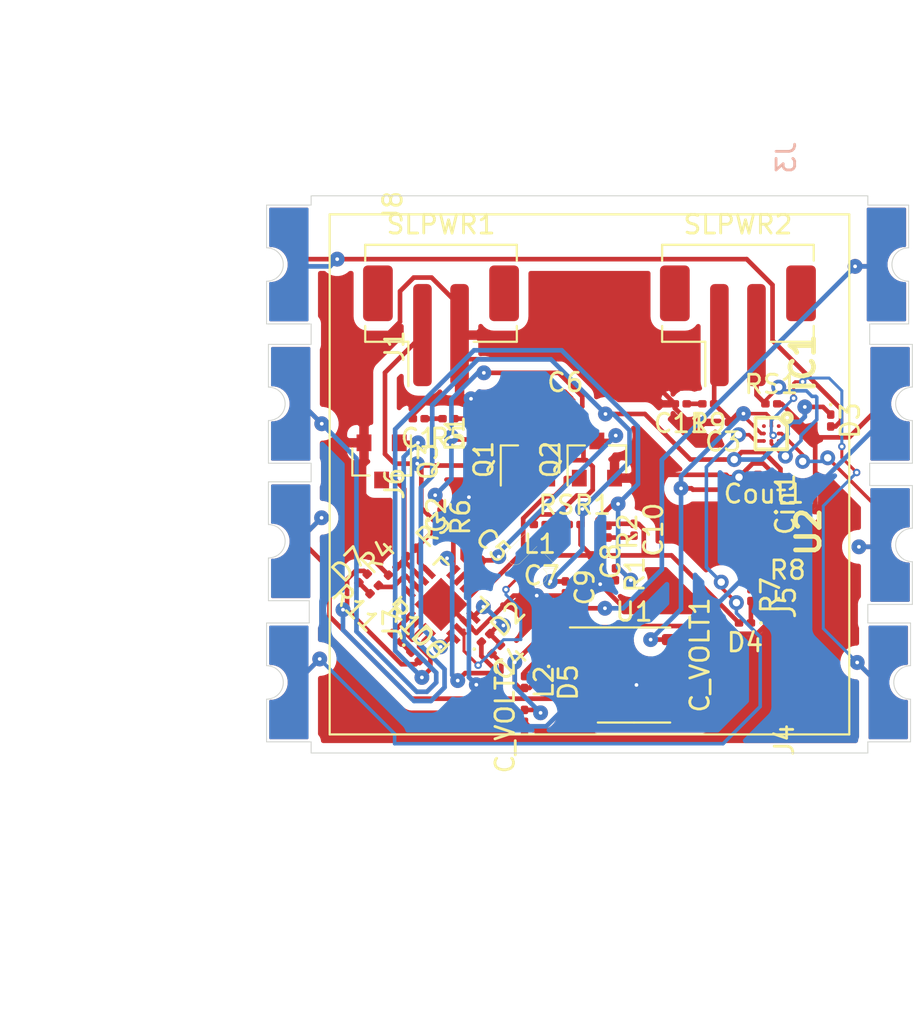
<source format=kicad_pcb>
(kicad_pcb (version 20171130) (host pcbnew "(5.1.5)-3")
  (layers (0 F.Cu signal) (31 B.Cu signal) (34 B.Paste user) (35 F.Paste user) (36 B.SilkS user) (37 F.SilkS user) (38 B.Mask user) (39 F.Mask user) (44 Edge.Cuts user))
  (net 0 "")
  (net 1 "Net-(C1-Pad1)")
  (net 2 GND)
  (net 3 VCC)
  (net 4 BATD)
  (net 5 REGN)
  (net 6 PH)
  (net 7 BTST)
  (net 8 "Net-(C6-Pad1)")
  (net 9 BATTERY)
  (net 10 SRP)
  (net 11 VFB)
  (net 12 "Net-(C11-Pad1)")
  (net 13 VOUT)
  (net 14 "Net-(D3-Pad2)")
  (net 15 "Net-(D4-Pad1)")
  (net 16 "Net-(D5-Pad1)")
  (net 17 "Net-(D6-Pad1)")
  (net 18 "Net-(D7-Pad1)")
  (net 19 "Net-(IC1-PadA1)")
  (net 20 SDA)
  (net 21 SCL)
  (net 22 CS)
  (net 23 ALM)
  (net 24 ON_OFF)
  (net 25 HIDRV)
  (net 26 LODRV)
  (net 27 nCE)
  (net 28 MPPSET)
  (net 29 "Net-(R7-Pad1)")
  (net 30 "Net-(R8-Pad1)")
  (net 31 STAT_2)
  (net 32 STAT_1)
  (net 33 "Net-(U2-Pad5)")
  (net 34 "Net-(U2-Pad6)")
  (net 35 VREF)
  (net 36 "Net-(U3-Pad4)")
  (module ASSETS:Module_Footprint (layer F.Cu) (at -2.2 0.6)
    (fp_text reference J8 (at 6.6 0 90) (layer F.SilkS))
    (fp_text value Conn_01x01)
    (pad 1 smd custom (at 1.5 3.2) (size 1 1) (layers B.Cu B.Paste B.Mask) (net 14 "Net-(D3-Pad2)") (options (clearance outline) (anchor circle)) (primitives (gr_poly (pts (xy 0.5 0.9) (xy -1.5 0.9) (xy -1.5 2.9) (xy 0.5 2.9)) (width 0.1)) (gr_poly (pts (xy 0.5 -3.1) (xy -1.5 -3.1) (xy -1.5 -1.1) (xy 0.5 -1.1)) (width 0.1)) (gr_poly (pts (xy 0.5 -1.1) (xy -0.5 -1.1) (xy -0.5 0.9) (xy 0.5 0.9)) (width 0.1)) (gr_line (start -1 0.8) (end -0.9 0.9) (width 0.12)) (gr_line (start 0.5 2.9) (end 0.5 -3.1) (width 0.12)) (gr_line (start -0.5 -0.1) (end -0.5 0.9) (width 0.12)) (gr_line (start -0.5 0.8) (end -0.6 0.4) (width 0.12)) (gr_line (start -0.8 0.7) (end -0.5 0.6) (width 0.12)) (gr_line (start -0.6 0.4) (end -0.8 0.7) (width 0.12)) (gr_line (start 0.5 -3.1) (end -1.5 -3.1) (width 0.12)) (gr_line (start -1.5 2.9) (end 0.5 2.9) (width 0.12)) (gr_line (start -0.9 0.9) (end -0.5 0.8) (width 0.12)) (gr_line (start -0.4 0.7) (end -1 0.8) (width 0.12)) (gr_arc (start -1.5 -0.1) (end -1.5 -1.1) (angle 180) (width 0.12)) (gr_line (start -1.5 0.9) (end -1.5 2.9) (width 0.12)) (gr_line (start -1.5 -1.1) (end -1.5 -3.1) (width 0.12)) (gr_line (start -0.7 -0.8) (end -0.5 -0.8) (width 0.12)) (gr_line (start -0.6 0.4) (end -0.8 0.7) (width 0.12)) (gr_line (start -0.5 0.6) (end -0.6 0.6) (width 0.12)) (gr_line (start -0.5 0.6) (end -0.6 0.6) (width 0.12)) (gr_line (start -1 0.8) (end -0.9 0.9) (width 0.12)) (gr_line (start -0.5 -0.9) (end -0.7 -0.8) (width 0.12)) (gr_line (start -1 -1) (end -0.3 -1.1) (width 0.12)) (gr_poly (pts (xy 0.5 -3.1) (xy -1.5 -3.1) (xy -1.5 -1.1) (xy 0.5 -1.1)) (width 0.1)) (gr_line (start -0.5 -0.9) (end -0.7 -0.8) (width 0.12)) (gr_line (start -0.4 0.7) (end -1 0.8) (width 0.12)) (gr_poly (pts (xy 0.5 0.9) (xy -1.5 0.9) (xy -1.5 2.9) (xy 0.5 2.9)) (width 0.1)) (gr_line (start -1.5 -1.1) (end -1.5 -3.1) (width 0.12)) (gr_arc (start -1.5 -0.1) (end -1.5 -1.1) (angle 180) (width 0.12)) (gr_line (start 0.5 -3.1) (end -1.5 -3.1) (width 0.12)) (gr_poly (pts (xy 0.5 -1.1) (xy -0.5 -1.1) (xy -0.5 0.9) (xy 0.5 0.9)) (width 0.1)) (gr_line (start -0.9 0.9) (end -0.5 0.8) (width 0.12)) (gr_line (start -0.5 -0.8) (end -0.5 -0.6) (width 0.12)) (gr_line (start -0.9 -0.9) (end -0.5 -0.9) (width 0.12)) (gr_line (start -1.5 0.9) (end -1.5 2.9) (width 0.12)) (gr_line (start 0.5 2.9) (end 0.5 -3.1) (width 0.12)) (gr_line (start -0.8 0.7) (end -0.5 0.6) (width 0.12)) (gr_line (start -1.5 2.9) (end 0.5 2.9) (width 0.12)) (gr_line (start -0.5 0.8) (end -0.6 0.4) (width 0.12)) (gr_line (start -0.5 -0.6) (end -0.6 -0.7) (width 0.12)) (gr_line (start -0.5 -0.8) (end -0.5 -0.6) (width 0.12)) (gr_line (start -0.5 -0.1) (end -0.5 0.9) (width 0.12)) (gr_line (start -0.5 -0.6) (end -0.6 -0.7) (width 0.12)) (gr_line (start -0.3 -1.1) (end -0.9 -0.9) (width 0.12)) (gr_line (start -1 -1) (end -0.3 -1.1) (width 0.12)) (gr_line (start -0.7 -0.8) (end -0.5 -0.8) (width 0.12)) (gr_line (start -0.9 -0.9) (end -0.5 -0.9) (width 0.12)) (gr_line (start -0.3 -1.1) (end -0.9 -0.9) (width 0.12))))
    (pad 1 smd custom (at 1.5 3) (size 1 1) (layers F.Cu F.Paste F.Mask) (net 14 "Net-(D3-Pad2)") (options (clearance outline) (anchor circle)) (primitives (gr_poly (pts (xy 0.5 -0.9) (xy -1.5 -0.9) (xy -1.5 -2.9) (xy 0.5 -2.9)) (width 0.1)) (gr_poly (pts (xy 0.5 3.1) (xy -1.5 3.1) (xy -1.5 1.1) (xy 0.5 1.1)) (width 0.1)) (gr_poly (pts (xy 0.5 1.1) (xy -0.5 1.1) (xy -0.5 -0.9) (xy 0.5 -0.9)) (width 0.1)) (gr_line (start -1 -0.8) (end -0.9 -0.9) (width 0.12)) (gr_line (start 0.5 -2.9) (end 0.5 3.1) (width 0.12)) (gr_line (start -0.5 0.1) (end -0.5 -0.9) (width 0.12)) (gr_line (start -0.5 -0.8) (end -0.6 -0.4) (width 0.12)) (gr_line (start -0.8 -0.7) (end -0.5 -0.6) (width 0.12)) (gr_line (start -0.6 -0.4) (end -0.8 -0.7) (width 0.12)) (gr_line (start 0.5 3.1) (end -1.5 3.1) (width 0.12)) (gr_line (start -1.5 -2.9) (end 0.5 -2.9) (width 0.12)) (gr_line (start -0.9 -0.9) (end -0.5 -0.8) (width 0.12)) (gr_line (start -0.4 -0.7) (end -1 -0.8) (width 0.12)) (gr_arc (start -1.5 0.1) (end -1.5 1.1) (angle -180) (width 0.12)) (gr_line (start -1.5 -0.9) (end -1.5 -2.9) (width 0.12)) (gr_line (start -1.5 1.1) (end -1.5 3.1) (width 0.12)) (gr_line (start -0.7 0.8) (end -0.5 0.8) (width 0.12)) (gr_line (start -0.6 -0.4) (end -0.8 -0.7) (width 0.12)) (gr_line (start -0.5 -0.6) (end -0.6 -0.6) (width 0.12)) (gr_line (start -0.5 -0.6) (end -0.6 -0.6) (width 0.12)) (gr_line (start -1 -0.8) (end -0.9 -0.9) (width 0.12)) (gr_line (start -0.5 0.9) (end -0.7 0.8) (width 0.12)) (gr_line (start -1 1) (end -0.3 1.1) (width 0.12)) (gr_poly (pts (xy 0.5 3.1) (xy -1.5 3.1) (xy -1.5 1.1) (xy 0.5 1.1)) (width 0.1)) (gr_line (start -0.5 0.9) (end -0.7 0.8) (width 0.12)) (gr_line (start -0.4 -0.7) (end -1 -0.8) (width 0.12)) (gr_poly (pts (xy 0.5 -0.9) (xy -1.5 -0.9) (xy -1.5 -2.9) (xy 0.5 -2.9)) (width 0.1)) (gr_line (start -1.5 1.1) (end -1.5 3.1) (width 0.12)) (gr_arc (start -1.5 0.1) (end -1.5 1.1) (angle -180) (width 0.12)) (gr_line (start 0.5 3.1) (end -1.5 3.1) (width 0.12)) (gr_poly (pts (xy 0.5 1.1) (xy -0.5 1.1) (xy -0.5 -0.9) (xy 0.5 -0.9)) (width 0.1)) (gr_line (start -0.9 -0.9) (end -0.5 -0.8) (width 0.12)) (gr_line (start -0.5 0.8) (end -0.5 0.6) (width 0.12)) (gr_line (start -0.9 0.9) (end -0.5 0.9) (width 0.12)) (gr_line (start -1.5 -0.9) (end -1.5 -2.9) (width 0.12)) (gr_line (start 0.5 -2.9) (end 0.5 3.1) (width 0.12)) (gr_line (start -0.8 -0.7) (end -0.5 -0.6) (width 0.12)) (gr_line (start -1.5 -2.9) (end 0.5 -2.9) (width 0.12)) (gr_line (start -0.5 -0.8) (end -0.6 -0.4) (width 0.12)) (gr_line (start -0.5 0.6) (end -0.6 0.7) (width 0.12)) (gr_line (start -0.5 0.8) (end -0.5 0.6) (width 0.12)) (gr_line (start -0.5 0.1) (end -0.5 -0.9) (width 0.12)) (gr_line (start -0.5 0.6) (end -0.6 0.7) (width 0.12)) (gr_line (start -0.3 1.1) (end -0.9 0.9) (width 0.12)) (gr_line (start -1 1) (end -0.3 1.1) (width 0.12)) (gr_line (start -0.7 0.8) (end -0.5 0.8) (width 0.12)) (gr_line (start -0.9 0.9) (end -0.5 0.9) (width 0.12)) (gr_line (start -0.3 1.1) (end -0.9 0.9) (width 0.12))))
  )
  (module ASSETS:Module_Footprint (layer F.Cu) (at -2.1 8.1)
    (fp_text reference J1 (at 6.6 0 90) (layer F.SilkS))
    (fp_text value Conn_01x01)
    (pad 1 smd custom (at 1.5 3.2) (size 1 1) (layers B.Cu B.Paste B.Mask) (net 27 nCE) (options (clearance outline) (anchor circle)) (primitives (gr_poly (pts (xy 0.5 0.9) (xy -1.5 0.9) (xy -1.5 2.9) (xy 0.5 2.9)) (width 0.1)) (gr_poly (pts (xy 0.5 -3.1) (xy -1.5 -3.1) (xy -1.5 -1.1) (xy 0.5 -1.1)) (width 0.1)) (gr_poly (pts (xy 0.5 -1.1) (xy -0.5 -1.1) (xy -0.5 0.9) (xy 0.5 0.9)) (width 0.1)) (gr_line (start -1 0.8) (end -0.9 0.9) (width 0.12)) (gr_line (start 0.5 2.9) (end 0.5 -3.1) (width 0.12)) (gr_line (start -0.5 -0.1) (end -0.5 0.9) (width 0.12)) (gr_line (start -0.5 0.8) (end -0.6 0.4) (width 0.12)) (gr_line (start -0.8 0.7) (end -0.5 0.6) (width 0.12)) (gr_line (start -0.6 0.4) (end -0.8 0.7) (width 0.12)) (gr_line (start 0.5 -3.1) (end -1.5 -3.1) (width 0.12)) (gr_line (start -1.5 2.9) (end 0.5 2.9) (width 0.12)) (gr_line (start -0.9 0.9) (end -0.5 0.8) (width 0.12)) (gr_line (start -0.4 0.7) (end -1 0.8) (width 0.12)) (gr_arc (start -1.5 -0.1) (end -1.5 -1.1) (angle 180) (width 0.12)) (gr_line (start -1.5 0.9) (end -1.5 2.9) (width 0.12)) (gr_line (start -1.5 -1.1) (end -1.5 -3.1) (width 0.12)) (gr_line (start -0.7 -0.8) (end -0.5 -0.8) (width 0.12)) (gr_line (start -0.6 0.4) (end -0.8 0.7) (width 0.12)) (gr_line (start -0.5 0.6) (end -0.6 0.6) (width 0.12)) (gr_line (start -0.5 0.6) (end -0.6 0.6) (width 0.12)) (gr_line (start -1 0.8) (end -0.9 0.9) (width 0.12)) (gr_line (start -0.5 -0.9) (end -0.7 -0.8) (width 0.12)) (gr_line (start -1 -1) (end -0.3 -1.1) (width 0.12)) (gr_poly (pts (xy 0.5 -3.1) (xy -1.5 -3.1) (xy -1.5 -1.1) (xy 0.5 -1.1)) (width 0.1)) (gr_line (start -0.5 -0.9) (end -0.7 -0.8) (width 0.12)) (gr_line (start -0.4 0.7) (end -1 0.8) (width 0.12)) (gr_poly (pts (xy 0.5 0.9) (xy -1.5 0.9) (xy -1.5 2.9) (xy 0.5 2.9)) (width 0.1)) (gr_line (start -1.5 -1.1) (end -1.5 -3.1) (width 0.12)) (gr_arc (start -1.5 -0.1) (end -1.5 -1.1) (angle 180) (width 0.12)) (gr_line (start 0.5 -3.1) (end -1.5 -3.1) (width 0.12)) (gr_poly (pts (xy 0.5 -1.1) (xy -0.5 -1.1) (xy -0.5 0.9) (xy 0.5 0.9)) (width 0.1)) (gr_line (start -0.9 0.9) (end -0.5 0.8) (width 0.12)) (gr_line (start -0.5 -0.8) (end -0.5 -0.6) (width 0.12)) (gr_line (start -0.9 -0.9) (end -0.5 -0.9) (width 0.12)) (gr_line (start -1.5 0.9) (end -1.5 2.9) (width 0.12)) (gr_line (start 0.5 2.9) (end 0.5 -3.1) (width 0.12)) (gr_line (start -0.8 0.7) (end -0.5 0.6) (width 0.12)) (gr_line (start -1.5 2.9) (end 0.5 2.9) (width 0.12)) (gr_line (start -0.5 0.8) (end -0.6 0.4) (width 0.12)) (gr_line (start -0.5 -0.6) (end -0.6 -0.7) (width 0.12)) (gr_line (start -0.5 -0.8) (end -0.5 -0.6) (width 0.12)) (gr_line (start -0.5 -0.1) (end -0.5 0.9) (width 0.12)) (gr_line (start -0.5 -0.6) (end -0.6 -0.7) (width 0.12)) (gr_line (start -0.3 -1.1) (end -0.9 -0.9) (width 0.12)) (gr_line (start -1 -1) (end -0.3 -1.1) (width 0.12)) (gr_line (start -0.7 -0.8) (end -0.5 -0.8) (width 0.12)) (gr_line (start -0.9 -0.9) (end -0.5 -0.9) (width 0.12)) (gr_line (start -0.3 -1.1) (end -0.9 -0.9) (width 0.12))))
    (pad 1 smd custom (at 1.5 3) (size 1 1) (layers F.Cu F.Paste F.Mask) (net 27 nCE) (options (clearance outline) (anchor circle)) (primitives (gr_poly (pts (xy 0.5 -0.9) (xy -1.5 -0.9) (xy -1.5 -2.9) (xy 0.5 -2.9)) (width 0.1)) (gr_poly (pts (xy 0.5 3.1) (xy -1.5 3.1) (xy -1.5 1.1) (xy 0.5 1.1)) (width 0.1)) (gr_poly (pts (xy 0.5 1.1) (xy -0.5 1.1) (xy -0.5 -0.9) (xy 0.5 -0.9)) (width 0.1)) (gr_line (start -1 -0.8) (end -0.9 -0.9) (width 0.12)) (gr_line (start 0.5 -2.9) (end 0.5 3.1) (width 0.12)) (gr_line (start -0.5 0.1) (end -0.5 -0.9) (width 0.12)) (gr_line (start -0.5 -0.8) (end -0.6 -0.4) (width 0.12)) (gr_line (start -0.8 -0.7) (end -0.5 -0.6) (width 0.12)) (gr_line (start -0.6 -0.4) (end -0.8 -0.7) (width 0.12)) (gr_line (start 0.5 3.1) (end -1.5 3.1) (width 0.12)) (gr_line (start -1.5 -2.9) (end 0.5 -2.9) (width 0.12)) (gr_line (start -0.9 -0.9) (end -0.5 -0.8) (width 0.12)) (gr_line (start -0.4 -0.7) (end -1 -0.8) (width 0.12)) (gr_arc (start -1.5 0.1) (end -1.5 1.1) (angle -180) (width 0.12)) (gr_line (start -1.5 -0.9) (end -1.5 -2.9) (width 0.12)) (gr_line (start -1.5 1.1) (end -1.5 3.1) (width 0.12)) (gr_line (start -0.7 0.8) (end -0.5 0.8) (width 0.12)) (gr_line (start -0.6 -0.4) (end -0.8 -0.7) (width 0.12)) (gr_line (start -0.5 -0.6) (end -0.6 -0.6) (width 0.12)) (gr_line (start -0.5 -0.6) (end -0.6 -0.6) (width 0.12)) (gr_line (start -1 -0.8) (end -0.9 -0.9) (width 0.12)) (gr_line (start -0.5 0.9) (end -0.7 0.8) (width 0.12)) (gr_line (start -1 1) (end -0.3 1.1) (width 0.12)) (gr_poly (pts (xy 0.5 3.1) (xy -1.5 3.1) (xy -1.5 1.1) (xy 0.5 1.1)) (width 0.1)) (gr_line (start -0.5 0.9) (end -0.7 0.8) (width 0.12)) (gr_line (start -0.4 -0.7) (end -1 -0.8) (width 0.12)) (gr_poly (pts (xy 0.5 -0.9) (xy -1.5 -0.9) (xy -1.5 -2.9) (xy 0.5 -2.9)) (width 0.1)) (gr_line (start -1.5 1.1) (end -1.5 3.1) (width 0.12)) (gr_arc (start -1.5 0.1) (end -1.5 1.1) (angle -180) (width 0.12)) (gr_line (start 0.5 3.1) (end -1.5 3.1) (width 0.12)) (gr_poly (pts (xy 0.5 1.1) (xy -0.5 1.1) (xy -0.5 -0.9) (xy 0.5 -0.9)) (width 0.1)) (gr_line (start -0.9 -0.9) (end -0.5 -0.8) (width 0.12)) (gr_line (start -0.5 0.8) (end -0.5 0.6) (width 0.12)) (gr_line (start -0.9 0.9) (end -0.5 0.9) (width 0.12)) (gr_line (start -1.5 -0.9) (end -1.5 -2.9) (width 0.12)) (gr_line (start 0.5 -2.9) (end 0.5 3.1) (width 0.12)) (gr_line (start -0.8 -0.7) (end -0.5 -0.6) (width 0.12)) (gr_line (start -1.5 -2.9) (end 0.5 -2.9) (width 0.12)) (gr_line (start -0.5 -0.8) (end -0.6 -0.4) (width 0.12)) (gr_line (start -0.5 0.6) (end -0.6 0.7) (width 0.12)) (gr_line (start -0.5 0.8) (end -0.5 0.6) (width 0.12)) (gr_line (start -0.5 0.1) (end -0.5 -0.9) (width 0.12)) (gr_line (start -0.5 0.6) (end -0.6 0.7) (width 0.12)) (gr_line (start -0.3 1.1) (end -0.9 0.9) (width 0.12)) (gr_line (start -1 1) (end -0.3 1.1) (width 0.12)) (gr_line (start -0.7 0.8) (end -0.5 0.8) (width 0.12)) (gr_line (start -0.9 0.9) (end -0.5 0.9) (width 0.12)) (gr_line (start -0.3 1.1) (end -0.9 0.9) (width 0.12))))
  )
  (module ASSETS:Module_Footprint (layer F.Cu) (at -2.1 15.5)
    (fp_text reference J6 (at 6.6 0 90) (layer F.SilkS))
    (fp_text value Conn_01x01)
    (pad 1 smd custom (at 1.5 3.2) (size 1 1) (layers B.Cu B.Paste B.Mask) (net 24 ON_OFF) (options (clearance outline) (anchor circle)) (primitives (gr_poly (pts (xy 0.5 0.9) (xy -1.5 0.9) (xy -1.5 2.9) (xy 0.5 2.9)) (width 0.1)) (gr_poly (pts (xy 0.5 -3.1) (xy -1.5 -3.1) (xy -1.5 -1.1) (xy 0.5 -1.1)) (width 0.1)) (gr_poly (pts (xy 0.5 -1.1) (xy -0.5 -1.1) (xy -0.5 0.9) (xy 0.5 0.9)) (width 0.1)) (gr_line (start -1 0.8) (end -0.9 0.9) (width 0.12)) (gr_line (start 0.5 2.9) (end 0.5 -3.1) (width 0.12)) (gr_line (start -0.5 -0.1) (end -0.5 0.9) (width 0.12)) (gr_line (start -0.5 0.8) (end -0.6 0.4) (width 0.12)) (gr_line (start -0.8 0.7) (end -0.5 0.6) (width 0.12)) (gr_line (start -0.6 0.4) (end -0.8 0.7) (width 0.12)) (gr_line (start 0.5 -3.1) (end -1.5 -3.1) (width 0.12)) (gr_line (start -1.5 2.9) (end 0.5 2.9) (width 0.12)) (gr_line (start -0.9 0.9) (end -0.5 0.8) (width 0.12)) (gr_line (start -0.4 0.7) (end -1 0.8) (width 0.12)) (gr_arc (start -1.5 -0.1) (end -1.5 -1.1) (angle 180) (width 0.12)) (gr_line (start -1.5 0.9) (end -1.5 2.9) (width 0.12)) (gr_line (start -1.5 -1.1) (end -1.5 -3.1) (width 0.12)) (gr_line (start -0.7 -0.8) (end -0.5 -0.8) (width 0.12)) (gr_line (start -0.6 0.4) (end -0.8 0.7) (width 0.12)) (gr_line (start -0.5 0.6) (end -0.6 0.6) (width 0.12)) (gr_line (start -0.5 0.6) (end -0.6 0.6) (width 0.12)) (gr_line (start -1 0.8) (end -0.9 0.9) (width 0.12)) (gr_line (start -0.5 -0.9) (end -0.7 -0.8) (width 0.12)) (gr_line (start -1 -1) (end -0.3 -1.1) (width 0.12)) (gr_poly (pts (xy 0.5 -3.1) (xy -1.5 -3.1) (xy -1.5 -1.1) (xy 0.5 -1.1)) (width 0.1)) (gr_line (start -0.5 -0.9) (end -0.7 -0.8) (width 0.12)) (gr_line (start -0.4 0.7) (end -1 0.8) (width 0.12)) (gr_poly (pts (xy 0.5 0.9) (xy -1.5 0.9) (xy -1.5 2.9) (xy 0.5 2.9)) (width 0.1)) (gr_line (start -1.5 -1.1) (end -1.5 -3.1) (width 0.12)) (gr_arc (start -1.5 -0.1) (end -1.5 -1.1) (angle 180) (width 0.12)) (gr_line (start 0.5 -3.1) (end -1.5 -3.1) (width 0.12)) (gr_poly (pts (xy 0.5 -1.1) (xy -0.5 -1.1) (xy -0.5 0.9) (xy 0.5 0.9)) (width 0.1)) (gr_line (start -0.9 0.9) (end -0.5 0.8) (width 0.12)) (gr_line (start -0.5 -0.8) (end -0.5 -0.6) (width 0.12)) (gr_line (start -0.9 -0.9) (end -0.5 -0.9) (width 0.12)) (gr_line (start -1.5 0.9) (end -1.5 2.9) (width 0.12)) (gr_line (start 0.5 2.9) (end 0.5 -3.1) (width 0.12)) (gr_line (start -0.8 0.7) (end -0.5 0.6) (width 0.12)) (gr_line (start -1.5 2.9) (end 0.5 2.9) (width 0.12)) (gr_line (start -0.5 0.8) (end -0.6 0.4) (width 0.12)) (gr_line (start -0.5 -0.6) (end -0.6 -0.7) (width 0.12)) (gr_line (start -0.5 -0.8) (end -0.5 -0.6) (width 0.12)) (gr_line (start -0.5 -0.1) (end -0.5 0.9) (width 0.12)) (gr_line (start -0.5 -0.6) (end -0.6 -0.7) (width 0.12)) (gr_line (start -0.3 -1.1) (end -0.9 -0.9) (width 0.12)) (gr_line (start -1 -1) (end -0.3 -1.1) (width 0.12)) (gr_line (start -0.7 -0.8) (end -0.5 -0.8) (width 0.12)) (gr_line (start -0.9 -0.9) (end -0.5 -0.9) (width 0.12)) (gr_line (start -0.3 -1.1) (end -0.9 -0.9) (width 0.12))))
    (pad 1 smd custom (at 1.5 3) (size 1 1) (layers F.Cu F.Paste F.Mask) (net 24 ON_OFF) (options (clearance outline) (anchor circle)) (primitives (gr_poly (pts (xy 0.5 -0.9) (xy -1.5 -0.9) (xy -1.5 -2.9) (xy 0.5 -2.9)) (width 0.1)) (gr_poly (pts (xy 0.5 3.1) (xy -1.5 3.1) (xy -1.5 1.1) (xy 0.5 1.1)) (width 0.1)) (gr_poly (pts (xy 0.5 1.1) (xy -0.5 1.1) (xy -0.5 -0.9) (xy 0.5 -0.9)) (width 0.1)) (gr_line (start -1 -0.8) (end -0.9 -0.9) (width 0.12)) (gr_line (start 0.5 -2.9) (end 0.5 3.1) (width 0.12)) (gr_line (start -0.5 0.1) (end -0.5 -0.9) (width 0.12)) (gr_line (start -0.5 -0.8) (end -0.6 -0.4) (width 0.12)) (gr_line (start -0.8 -0.7) (end -0.5 -0.6) (width 0.12)) (gr_line (start -0.6 -0.4) (end -0.8 -0.7) (width 0.12)) (gr_line (start 0.5 3.1) (end -1.5 3.1) (width 0.12)) (gr_line (start -1.5 -2.9) (end 0.5 -2.9) (width 0.12)) (gr_line (start -0.9 -0.9) (end -0.5 -0.8) (width 0.12)) (gr_line (start -0.4 -0.7) (end -1 -0.8) (width 0.12)) (gr_arc (start -1.5 0.1) (end -1.5 1.1) (angle -180) (width 0.12)) (gr_line (start -1.5 -0.9) (end -1.5 -2.9) (width 0.12)) (gr_line (start -1.5 1.1) (end -1.5 3.1) (width 0.12)) (gr_line (start -0.7 0.8) (end -0.5 0.8) (width 0.12)) (gr_line (start -0.6 -0.4) (end -0.8 -0.7) (width 0.12)) (gr_line (start -0.5 -0.6) (end -0.6 -0.6) (width 0.12)) (gr_line (start -0.5 -0.6) (end -0.6 -0.6) (width 0.12)) (gr_line (start -1 -0.8) (end -0.9 -0.9) (width 0.12)) (gr_line (start -0.5 0.9) (end -0.7 0.8) (width 0.12)) (gr_line (start -1 1) (end -0.3 1.1) (width 0.12)) (gr_poly (pts (xy 0.5 3.1) (xy -1.5 3.1) (xy -1.5 1.1) (xy 0.5 1.1)) (width 0.1)) (gr_line (start -0.5 0.9) (end -0.7 0.8) (width 0.12)) (gr_line (start -0.4 -0.7) (end -1 -0.8) (width 0.12)) (gr_poly (pts (xy 0.5 -0.9) (xy -1.5 -0.9) (xy -1.5 -2.9) (xy 0.5 -2.9)) (width 0.1)) (gr_line (start -1.5 1.1) (end -1.5 3.1) (width 0.12)) (gr_arc (start -1.5 0.1) (end -1.5 1.1) (angle -180) (width 0.12)) (gr_line (start 0.5 3.1) (end -1.5 3.1) (width 0.12)) (gr_poly (pts (xy 0.5 1.1) (xy -0.5 1.1) (xy -0.5 -0.9) (xy 0.5 -0.9)) (width 0.1)) (gr_line (start -0.9 -0.9) (end -0.5 -0.8) (width 0.12)) (gr_line (start -0.5 0.8) (end -0.5 0.6) (width 0.12)) (gr_line (start -0.9 0.9) (end -0.5 0.9) (width 0.12)) (gr_line (start -1.5 -0.9) (end -1.5 -2.9) (width 0.12)) (gr_line (start 0.5 -2.9) (end 0.5 3.1) (width 0.12)) (gr_line (start -0.8 -0.7) (end -0.5 -0.6) (width 0.12)) (gr_line (start -1.5 -2.9) (end 0.5 -2.9) (width 0.12)) (gr_line (start -0.5 -0.8) (end -0.6 -0.4) (width 0.12)) (gr_line (start -0.5 0.6) (end -0.6 0.7) (width 0.12)) (gr_line (start -0.5 0.8) (end -0.5 0.6) (width 0.12)) (gr_line (start -0.5 0.1) (end -0.5 -0.9) (width 0.12)) (gr_line (start -0.5 0.6) (end -0.6 0.7) (width 0.12)) (gr_line (start -0.3 1.1) (end -0.9 0.9) (width 0.12)) (gr_line (start -1 1) (end -0.3 1.1) (width 0.12)) (gr_line (start -0.7 0.8) (end -0.5 0.8) (width 0.12)) (gr_line (start -0.9 0.9) (end -0.5 0.9) (width 0.12)) (gr_line (start -0.3 1.1) (end -0.9 0.9) (width 0.12))))
  )
  (module ASSETS:Module_Footprint (layer F.Cu) (at 32.1 29.3 180)
    (fp_text reference J4 (at 6.6 0 90) (layer F.SilkS))
    (fp_text value Conn_01x01)
    (pad 1 smd custom (at 1.5 3.2 180) (size 1 1) (layers B.Cu B.Paste B.Mask) (net 21 SCL) (options (clearance outline) (anchor circle)) (primitives (gr_poly (pts (xy 0.5 0.9) (xy -1.5 0.9) (xy -1.5 2.9) (xy 0.5 2.9)) (width 0.1)) (gr_poly (pts (xy 0.5 -3.1) (xy -1.5 -3.1) (xy -1.5 -1.1) (xy 0.5 -1.1)) (width 0.1)) (gr_poly (pts (xy 0.5 -1.1) (xy -0.5 -1.1) (xy -0.5 0.9) (xy 0.5 0.9)) (width 0.1)) (gr_line (start -1 0.8) (end -0.9 0.9) (width 0.12)) (gr_line (start 0.5 2.9) (end 0.5 -3.1) (width 0.12)) (gr_line (start -0.5 -0.1) (end -0.5 0.9) (width 0.12)) (gr_line (start -0.5 0.8) (end -0.6 0.4) (width 0.12)) (gr_line (start -0.8 0.7) (end -0.5 0.6) (width 0.12)) (gr_line (start -0.6 0.4) (end -0.8 0.7) (width 0.12)) (gr_line (start 0.5 -3.1) (end -1.5 -3.1) (width 0.12)) (gr_line (start -1.5 2.9) (end 0.5 2.9) (width 0.12)) (gr_line (start -0.9 0.9) (end -0.5 0.8) (width 0.12)) (gr_line (start -0.4 0.7) (end -1 0.8) (width 0.12)) (gr_arc (start -1.5 -0.1) (end -1.5 -1.1) (angle 180) (width 0.12)) (gr_line (start -1.5 0.9) (end -1.5 2.9) (width 0.12)) (gr_line (start -1.5 -1.1) (end -1.5 -3.1) (width 0.12)) (gr_line (start -0.7 -0.8) (end -0.5 -0.8) (width 0.12)) (gr_line (start -0.6 0.4) (end -0.8 0.7) (width 0.12)) (gr_line (start -0.5 0.6) (end -0.6 0.6) (width 0.12)) (gr_line (start -0.5 0.6) (end -0.6 0.6) (width 0.12)) (gr_line (start -1 0.8) (end -0.9 0.9) (width 0.12)) (gr_line (start -0.5 -0.9) (end -0.7 -0.8) (width 0.12)) (gr_line (start -1 -1) (end -0.3 -1.1) (width 0.12)) (gr_poly (pts (xy 0.5 -3.1) (xy -1.5 -3.1) (xy -1.5 -1.1) (xy 0.5 -1.1)) (width 0.1)) (gr_line (start -0.5 -0.9) (end -0.7 -0.8) (width 0.12)) (gr_line (start -0.4 0.7) (end -1 0.8) (width 0.12)) (gr_poly (pts (xy 0.5 0.9) (xy -1.5 0.9) (xy -1.5 2.9) (xy 0.5 2.9)) (width 0.1)) (gr_line (start -1.5 -1.1) (end -1.5 -3.1) (width 0.12)) (gr_arc (start -1.5 -0.1) (end -1.5 -1.1) (angle 180) (width 0.12)) (gr_line (start 0.5 -3.1) (end -1.5 -3.1) (width 0.12)) (gr_poly (pts (xy 0.5 -1.1) (xy -0.5 -1.1) (xy -0.5 0.9) (xy 0.5 0.9)) (width 0.1)) (gr_line (start -0.9 0.9) (end -0.5 0.8) (width 0.12)) (gr_line (start -0.5 -0.8) (end -0.5 -0.6) (width 0.12)) (gr_line (start -0.9 -0.9) (end -0.5 -0.9) (width 0.12)) (gr_line (start -1.5 0.9) (end -1.5 2.9) (width 0.12)) (gr_line (start 0.5 2.9) (end 0.5 -3.1) (width 0.12)) (gr_line (start -0.8 0.7) (end -0.5 0.6) (width 0.12)) (gr_line (start -1.5 2.9) (end 0.5 2.9) (width 0.12)) (gr_line (start -0.5 0.8) (end -0.6 0.4) (width 0.12)) (gr_line (start -0.5 -0.6) (end -0.6 -0.7) (width 0.12)) (gr_line (start -0.5 -0.8) (end -0.5 -0.6) (width 0.12)) (gr_line (start -0.5 -0.1) (end -0.5 0.9) (width 0.12)) (gr_line (start -0.5 -0.6) (end -0.6 -0.7) (width 0.12)) (gr_line (start -0.3 -1.1) (end -0.9 -0.9) (width 0.12)) (gr_line (start -1 -1) (end -0.3 -1.1) (width 0.12)) (gr_line (start -0.7 -0.8) (end -0.5 -0.8) (width 0.12)) (gr_line (start -0.9 -0.9) (end -0.5 -0.9) (width 0.12)) (gr_line (start -0.3 -1.1) (end -0.9 -0.9) (width 0.12))))
    (pad 1 smd custom (at 1.5 3 180) (size 1 1) (layers F.Cu F.Paste F.Mask) (net 21 SCL) (options (clearance outline) (anchor circle)) (primitives (gr_poly (pts (xy 0.5 -0.9) (xy -1.5 -0.9) (xy -1.5 -2.9) (xy 0.5 -2.9)) (width 0.1)) (gr_poly (pts (xy 0.5 3.1) (xy -1.5 3.1) (xy -1.5 1.1) (xy 0.5 1.1)) (width 0.1)) (gr_poly (pts (xy 0.5 1.1) (xy -0.5 1.1) (xy -0.5 -0.9) (xy 0.5 -0.9)) (width 0.1)) (gr_line (start -1 -0.8) (end -0.9 -0.9) (width 0.12)) (gr_line (start 0.5 -2.9) (end 0.5 3.1) (width 0.12)) (gr_line (start -0.5 0.1) (end -0.5 -0.9) (width 0.12)) (gr_line (start -0.5 -0.8) (end -0.6 -0.4) (width 0.12)) (gr_line (start -0.8 -0.7) (end -0.5 -0.6) (width 0.12)) (gr_line (start -0.6 -0.4) (end -0.8 -0.7) (width 0.12)) (gr_line (start 0.5 3.1) (end -1.5 3.1) (width 0.12)) (gr_line (start -1.5 -2.9) (end 0.5 -2.9) (width 0.12)) (gr_line (start -0.9 -0.9) (end -0.5 -0.8) (width 0.12)) (gr_line (start -0.4 -0.7) (end -1 -0.8) (width 0.12)) (gr_arc (start -1.5 0.1) (end -1.5 1.1) (angle -180) (width 0.12)) (gr_line (start -1.5 -0.9) (end -1.5 -2.9) (width 0.12)) (gr_line (start -1.5 1.1) (end -1.5 3.1) (width 0.12)) (gr_line (start -0.7 0.8) (end -0.5 0.8) (width 0.12)) (gr_line (start -0.6 -0.4) (end -0.8 -0.7) (width 0.12)) (gr_line (start -0.5 -0.6) (end -0.6 -0.6) (width 0.12)) (gr_line (start -0.5 -0.6) (end -0.6 -0.6) (width 0.12)) (gr_line (start -1 -0.8) (end -0.9 -0.9) (width 0.12)) (gr_line (start -0.5 0.9) (end -0.7 0.8) (width 0.12)) (gr_line (start -1 1) (end -0.3 1.1) (width 0.12)) (gr_poly (pts (xy 0.5 3.1) (xy -1.5 3.1) (xy -1.5 1.1) (xy 0.5 1.1)) (width 0.1)) (gr_line (start -0.5 0.9) (end -0.7 0.8) (width 0.12)) (gr_line (start -0.4 -0.7) (end -1 -0.8) (width 0.12)) (gr_poly (pts (xy 0.5 -0.9) (xy -1.5 -0.9) (xy -1.5 -2.9) (xy 0.5 -2.9)) (width 0.1)) (gr_line (start -1.5 1.1) (end -1.5 3.1) (width 0.12)) (gr_arc (start -1.5 0.1) (end -1.5 1.1) (angle -180) (width 0.12)) (gr_line (start 0.5 3.1) (end -1.5 3.1) (width 0.12)) (gr_poly (pts (xy 0.5 1.1) (xy -0.5 1.1) (xy -0.5 -0.9) (xy 0.5 -0.9)) (width 0.1)) (gr_line (start -0.9 -0.9) (end -0.5 -0.8) (width 0.12)) (gr_line (start -0.5 0.8) (end -0.5 0.6) (width 0.12)) (gr_line (start -0.9 0.9) (end -0.5 0.9) (width 0.12)) (gr_line (start -1.5 -0.9) (end -1.5 -2.9) (width 0.12)) (gr_line (start 0.5 -2.9) (end 0.5 3.1) (width 0.12)) (gr_line (start -0.8 -0.7) (end -0.5 -0.6) (width 0.12)) (gr_line (start -1.5 -2.9) (end 0.5 -2.9) (width 0.12)) (gr_line (start -0.5 -0.8) (end -0.6 -0.4) (width 0.12)) (gr_line (start -0.5 0.6) (end -0.6 0.7) (width 0.12)) (gr_line (start -0.5 0.8) (end -0.5 0.6) (width 0.12)) (gr_line (start -0.5 0.1) (end -0.5 -0.9) (width 0.12)) (gr_line (start -0.5 0.6) (end -0.6 0.7) (width 0.12)) (gr_line (start -0.3 1.1) (end -0.9 0.9) (width 0.12)) (gr_line (start -1 1) (end -0.3 1.1) (width 0.12)) (gr_line (start -0.7 0.8) (end -0.5 0.8) (width 0.12)) (gr_line (start -0.9 0.9) (end -0.5 0.9) (width 0.12)) (gr_line (start -0.3 1.1) (end -0.9 0.9) (width 0.12))))
  )
  (module ASSETS:Module_Footprint (layer F.Cu) (at -2.2 23.1)
    (fp_text reference J7 (at 6.6 0 90) (layer F.SilkS))
    (fp_text value Conn_01x01)
    (pad 1 smd custom (at 1.5 3.2) (size 1 1) (layers B.Cu B.Paste B.Mask) (net 23 ALM) (options (clearance outline) (anchor circle)) (primitives (gr_poly (pts (xy 0.5 0.9) (xy -1.5 0.9) (xy -1.5 2.9) (xy 0.5 2.9)) (width 0.1)) (gr_poly (pts (xy 0.5 -3.1) (xy -1.5 -3.1) (xy -1.5 -1.1) (xy 0.5 -1.1)) (width 0.1)) (gr_poly (pts (xy 0.5 -1.1) (xy -0.5 -1.1) (xy -0.5 0.9) (xy 0.5 0.9)) (width 0.1)) (gr_line (start -1 0.8) (end -0.9 0.9) (width 0.12)) (gr_line (start 0.5 2.9) (end 0.5 -3.1) (width 0.12)) (gr_line (start -0.5 -0.1) (end -0.5 0.9) (width 0.12)) (gr_line (start -0.5 0.8) (end -0.6 0.4) (width 0.12)) (gr_line (start -0.8 0.7) (end -0.5 0.6) (width 0.12)) (gr_line (start -0.6 0.4) (end -0.8 0.7) (width 0.12)) (gr_line (start 0.5 -3.1) (end -1.5 -3.1) (width 0.12)) (gr_line (start -1.5 2.9) (end 0.5 2.9) (width 0.12)) (gr_line (start -0.9 0.9) (end -0.5 0.8) (width 0.12)) (gr_line (start -0.4 0.7) (end -1 0.8) (width 0.12)) (gr_arc (start -1.5 -0.1) (end -1.5 -1.1) (angle 180) (width 0.12)) (gr_line (start -1.5 0.9) (end -1.5 2.9) (width 0.12)) (gr_line (start -1.5 -1.1) (end -1.5 -3.1) (width 0.12)) (gr_line (start -0.7 -0.8) (end -0.5 -0.8) (width 0.12)) (gr_line (start -0.6 0.4) (end -0.8 0.7) (width 0.12)) (gr_line (start -0.5 0.6) (end -0.6 0.6) (width 0.12)) (gr_line (start -0.5 0.6) (end -0.6 0.6) (width 0.12)) (gr_line (start -1 0.8) (end -0.9 0.9) (width 0.12)) (gr_line (start -0.5 -0.9) (end -0.7 -0.8) (width 0.12)) (gr_line (start -1 -1) (end -0.3 -1.1) (width 0.12)) (gr_poly (pts (xy 0.5 -3.1) (xy -1.5 -3.1) (xy -1.5 -1.1) (xy 0.5 -1.1)) (width 0.1)) (gr_line (start -0.5 -0.9) (end -0.7 -0.8) (width 0.12)) (gr_line (start -0.4 0.7) (end -1 0.8) (width 0.12)) (gr_poly (pts (xy 0.5 0.9) (xy -1.5 0.9) (xy -1.5 2.9) (xy 0.5 2.9)) (width 0.1)) (gr_line (start -1.5 -1.1) (end -1.5 -3.1) (width 0.12)) (gr_arc (start -1.5 -0.1) (end -1.5 -1.1) (angle 180) (width 0.12)) (gr_line (start 0.5 -3.1) (end -1.5 -3.1) (width 0.12)) (gr_poly (pts (xy 0.5 -1.1) (xy -0.5 -1.1) (xy -0.5 0.9) (xy 0.5 0.9)) (width 0.1)) (gr_line (start -0.9 0.9) (end -0.5 0.8) (width 0.12)) (gr_line (start -0.5 -0.8) (end -0.5 -0.6) (width 0.12)) (gr_line (start -0.9 -0.9) (end -0.5 -0.9) (width 0.12)) (gr_line (start -1.5 0.9) (end -1.5 2.9) (width 0.12)) (gr_line (start 0.5 2.9) (end 0.5 -3.1) (width 0.12)) (gr_line (start -0.8 0.7) (end -0.5 0.6) (width 0.12)) (gr_line (start -1.5 2.9) (end 0.5 2.9) (width 0.12)) (gr_line (start -0.5 0.8) (end -0.6 0.4) (width 0.12)) (gr_line (start -0.5 -0.6) (end -0.6 -0.7) (width 0.12)) (gr_line (start -0.5 -0.8) (end -0.5 -0.6) (width 0.12)) (gr_line (start -0.5 -0.1) (end -0.5 0.9) (width 0.12)) (gr_line (start -0.5 -0.6) (end -0.6 -0.7) (width 0.12)) (gr_line (start -0.3 -1.1) (end -0.9 -0.9) (width 0.12)) (gr_line (start -1 -1) (end -0.3 -1.1) (width 0.12)) (gr_line (start -0.7 -0.8) (end -0.5 -0.8) (width 0.12)) (gr_line (start -0.9 -0.9) (end -0.5 -0.9) (width 0.12)) (gr_line (start -0.3 -1.1) (end -0.9 -0.9) (width 0.12))))
    (pad 1 smd custom (at 1.5 3) (size 1 1) (layers F.Cu F.Paste F.Mask) (net 23 ALM) (options (clearance outline) (anchor circle)) (primitives (gr_poly (pts (xy 0.5 -0.9) (xy -1.5 -0.9) (xy -1.5 -2.9) (xy 0.5 -2.9)) (width 0.1)) (gr_poly (pts (xy 0.5 3.1) (xy -1.5 3.1) (xy -1.5 1.1) (xy 0.5 1.1)) (width 0.1)) (gr_poly (pts (xy 0.5 1.1) (xy -0.5 1.1) (xy -0.5 -0.9) (xy 0.5 -0.9)) (width 0.1)) (gr_line (start -1 -0.8) (end -0.9 -0.9) (width 0.12)) (gr_line (start 0.5 -2.9) (end 0.5 3.1) (width 0.12)) (gr_line (start -0.5 0.1) (end -0.5 -0.9) (width 0.12)) (gr_line (start -0.5 -0.8) (end -0.6 -0.4) (width 0.12)) (gr_line (start -0.8 -0.7) (end -0.5 -0.6) (width 0.12)) (gr_line (start -0.6 -0.4) (end -0.8 -0.7) (width 0.12)) (gr_line (start 0.5 3.1) (end -1.5 3.1) (width 0.12)) (gr_line (start -1.5 -2.9) (end 0.5 -2.9) (width 0.12)) (gr_line (start -0.9 -0.9) (end -0.5 -0.8) (width 0.12)) (gr_line (start -0.4 -0.7) (end -1 -0.8) (width 0.12)) (gr_arc (start -1.5 0.1) (end -1.5 1.1) (angle -180) (width 0.12)) (gr_line (start -1.5 -0.9) (end -1.5 -2.9) (width 0.12)) (gr_line (start -1.5 1.1) (end -1.5 3.1) (width 0.12)) (gr_line (start -0.7 0.8) (end -0.5 0.8) (width 0.12)) (gr_line (start -0.6 -0.4) (end -0.8 -0.7) (width 0.12)) (gr_line (start -0.5 -0.6) (end -0.6 -0.6) (width 0.12)) (gr_line (start -0.5 -0.6) (end -0.6 -0.6) (width 0.12)) (gr_line (start -1 -0.8) (end -0.9 -0.9) (width 0.12)) (gr_line (start -0.5 0.9) (end -0.7 0.8) (width 0.12)) (gr_line (start -1 1) (end -0.3 1.1) (width 0.12)) (gr_poly (pts (xy 0.5 3.1) (xy -1.5 3.1) (xy -1.5 1.1) (xy 0.5 1.1)) (width 0.1)) (gr_line (start -0.5 0.9) (end -0.7 0.8) (width 0.12)) (gr_line (start -0.4 -0.7) (end -1 -0.8) (width 0.12)) (gr_poly (pts (xy 0.5 -0.9) (xy -1.5 -0.9) (xy -1.5 -2.9) (xy 0.5 -2.9)) (width 0.1)) (gr_line (start -1.5 1.1) (end -1.5 3.1) (width 0.12)) (gr_arc (start -1.5 0.1) (end -1.5 1.1) (angle -180) (width 0.12)) (gr_line (start 0.5 3.1) (end -1.5 3.1) (width 0.12)) (gr_poly (pts (xy 0.5 1.1) (xy -0.5 1.1) (xy -0.5 -0.9) (xy 0.5 -0.9)) (width 0.1)) (gr_line (start -0.9 -0.9) (end -0.5 -0.8) (width 0.12)) (gr_line (start -0.5 0.8) (end -0.5 0.6) (width 0.12)) (gr_line (start -0.9 0.9) (end -0.5 0.9) (width 0.12)) (gr_line (start -1.5 -0.9) (end -1.5 -2.9) (width 0.12)) (gr_line (start 0.5 -2.9) (end 0.5 3.1) (width 0.12)) (gr_line (start -0.8 -0.7) (end -0.5 -0.6) (width 0.12)) (gr_line (start -1.5 -2.9) (end 0.5 -2.9) (width 0.12)) (gr_line (start -0.5 -0.8) (end -0.6 -0.4) (width 0.12)) (gr_line (start -0.5 0.6) (end -0.6 0.7) (width 0.12)) (gr_line (start -0.5 0.8) (end -0.5 0.6) (width 0.12)) (gr_line (start -0.5 0.1) (end -0.5 -0.9) (width 0.12)) (gr_line (start -0.5 0.6) (end -0.6 0.7) (width 0.12)) (gr_line (start -0.3 1.1) (end -0.9 0.9) (width 0.12)) (gr_line (start -1 1) (end -0.3 1.1) (width 0.12)) (gr_line (start -0.7 0.8) (end -0.5 0.8) (width 0.12)) (gr_line (start -0.9 0.9) (end -0.5 0.9) (width 0.12)) (gr_line (start -0.3 1.1) (end -0.9 0.9) (width 0.12))))
  )
  (module ASSETS:Module_Footprint (layer F.Cu) (at 32.2 21.9 180)
    (fp_text reference J5 (at 6.6 0 90) (layer F.SilkS))
    (fp_text value Conn_01x01)
    (pad 1 smd custom (at 1.5 3.2 180) (size 1 1) (layers B.Cu B.Paste B.Mask) (net 20 SDA) (options (clearance outline) (anchor circle)) (primitives (gr_poly (pts (xy 0.5 0.9) (xy -1.5 0.9) (xy -1.5 2.9) (xy 0.5 2.9)) (width 0.1)) (gr_poly (pts (xy 0.5 -3.1) (xy -1.5 -3.1) (xy -1.5 -1.1) (xy 0.5 -1.1)) (width 0.1)) (gr_poly (pts (xy 0.5 -1.1) (xy -0.5 -1.1) (xy -0.5 0.9) (xy 0.5 0.9)) (width 0.1)) (gr_line (start -1 0.8) (end -0.9 0.9) (width 0.12)) (gr_line (start 0.5 2.9) (end 0.5 -3.1) (width 0.12)) (gr_line (start -0.5 -0.1) (end -0.5 0.9) (width 0.12)) (gr_line (start -0.5 0.8) (end -0.6 0.4) (width 0.12)) (gr_line (start -0.8 0.7) (end -0.5 0.6) (width 0.12)) (gr_line (start -0.6 0.4) (end -0.8 0.7) (width 0.12)) (gr_line (start 0.5 -3.1) (end -1.5 -3.1) (width 0.12)) (gr_line (start -1.5 2.9) (end 0.5 2.9) (width 0.12)) (gr_line (start -0.9 0.9) (end -0.5 0.8) (width 0.12)) (gr_line (start -0.4 0.7) (end -1 0.8) (width 0.12)) (gr_arc (start -1.5 -0.1) (end -1.5 -1.1) (angle 180) (width 0.12)) (gr_line (start -1.5 0.9) (end -1.5 2.9) (width 0.12)) (gr_line (start -1.5 -1.1) (end -1.5 -3.1) (width 0.12)) (gr_line (start -0.7 -0.8) (end -0.5 -0.8) (width 0.12)) (gr_line (start -0.6 0.4) (end -0.8 0.7) (width 0.12)) (gr_line (start -0.5 0.6) (end -0.6 0.6) (width 0.12)) (gr_line (start -0.5 0.6) (end -0.6 0.6) (width 0.12)) (gr_line (start -1 0.8) (end -0.9 0.9) (width 0.12)) (gr_line (start -0.5 -0.9) (end -0.7 -0.8) (width 0.12)) (gr_line (start -1 -1) (end -0.3 -1.1) (width 0.12)) (gr_poly (pts (xy 0.5 -3.1) (xy -1.5 -3.1) (xy -1.5 -1.1) (xy 0.5 -1.1)) (width 0.1)) (gr_line (start -0.5 -0.9) (end -0.7 -0.8) (width 0.12)) (gr_line (start -0.4 0.7) (end -1 0.8) (width 0.12)) (gr_poly (pts (xy 0.5 0.9) (xy -1.5 0.9) (xy -1.5 2.9) (xy 0.5 2.9)) (width 0.1)) (gr_line (start -1.5 -1.1) (end -1.5 -3.1) (width 0.12)) (gr_arc (start -1.5 -0.1) (end -1.5 -1.1) (angle 180) (width 0.12)) (gr_line (start 0.5 -3.1) (end -1.5 -3.1) (width 0.12)) (gr_poly (pts (xy 0.5 -1.1) (xy -0.5 -1.1) (xy -0.5 0.9) (xy 0.5 0.9)) (width 0.1)) (gr_line (start -0.9 0.9) (end -0.5 0.8) (width 0.12)) (gr_line (start -0.5 -0.8) (end -0.5 -0.6) (width 0.12)) (gr_line (start -0.9 -0.9) (end -0.5 -0.9) (width 0.12)) (gr_line (start -1.5 0.9) (end -1.5 2.9) (width 0.12)) (gr_line (start 0.5 2.9) (end 0.5 -3.1) (width 0.12)) (gr_line (start -0.8 0.7) (end -0.5 0.6) (width 0.12)) (gr_line (start -1.5 2.9) (end 0.5 2.9) (width 0.12)) (gr_line (start -0.5 0.8) (end -0.6 0.4) (width 0.12)) (gr_line (start -0.5 -0.6) (end -0.6 -0.7) (width 0.12)) (gr_line (start -0.5 -0.8) (end -0.5 -0.6) (width 0.12)) (gr_line (start -0.5 -0.1) (end -0.5 0.9) (width 0.12)) (gr_line (start -0.5 -0.6) (end -0.6 -0.7) (width 0.12)) (gr_line (start -0.3 -1.1) (end -0.9 -0.9) (width 0.12)) (gr_line (start -1 -1) (end -0.3 -1.1) (width 0.12)) (gr_line (start -0.7 -0.8) (end -0.5 -0.8) (width 0.12)) (gr_line (start -0.9 -0.9) (end -0.5 -0.9) (width 0.12)) (gr_line (start -0.3 -1.1) (end -0.9 -0.9) (width 0.12))))
    (pad 1 smd custom (at 1.5 3 180) (size 1 1) (layers F.Cu F.Paste F.Mask) (net 20 SDA) (options (clearance outline) (anchor circle)) (primitives (gr_poly (pts (xy 0.5 -0.9) (xy -1.5 -0.9) (xy -1.5 -2.9) (xy 0.5 -2.9)) (width 0.1)) (gr_poly (pts (xy 0.5 3.1) (xy -1.5 3.1) (xy -1.5 1.1) (xy 0.5 1.1)) (width 0.1)) (gr_poly (pts (xy 0.5 1.1) (xy -0.5 1.1) (xy -0.5 -0.9) (xy 0.5 -0.9)) (width 0.1)) (gr_line (start -1 -0.8) (end -0.9 -0.9) (width 0.12)) (gr_line (start 0.5 -2.9) (end 0.5 3.1) (width 0.12)) (gr_line (start -0.5 0.1) (end -0.5 -0.9) (width 0.12)) (gr_line (start -0.5 -0.8) (end -0.6 -0.4) (width 0.12)) (gr_line (start -0.8 -0.7) (end -0.5 -0.6) (width 0.12)) (gr_line (start -0.6 -0.4) (end -0.8 -0.7) (width 0.12)) (gr_line (start 0.5 3.1) (end -1.5 3.1) (width 0.12)) (gr_line (start -1.5 -2.9) (end 0.5 -2.9) (width 0.12)) (gr_line (start -0.9 -0.9) (end -0.5 -0.8) (width 0.12)) (gr_line (start -0.4 -0.7) (end -1 -0.8) (width 0.12)) (gr_arc (start -1.5 0.1) (end -1.5 1.1) (angle -180) (width 0.12)) (gr_line (start -1.5 -0.9) (end -1.5 -2.9) (width 0.12)) (gr_line (start -1.5 1.1) (end -1.5 3.1) (width 0.12)) (gr_line (start -0.7 0.8) (end -0.5 0.8) (width 0.12)) (gr_line (start -0.6 -0.4) (end -0.8 -0.7) (width 0.12)) (gr_line (start -0.5 -0.6) (end -0.6 -0.6) (width 0.12)) (gr_line (start -0.5 -0.6) (end -0.6 -0.6) (width 0.12)) (gr_line (start -1 -0.8) (end -0.9 -0.9) (width 0.12)) (gr_line (start -0.5 0.9) (end -0.7 0.8) (width 0.12)) (gr_line (start -1 1) (end -0.3 1.1) (width 0.12)) (gr_poly (pts (xy 0.5 3.1) (xy -1.5 3.1) (xy -1.5 1.1) (xy 0.5 1.1)) (width 0.1)) (gr_line (start -0.5 0.9) (end -0.7 0.8) (width 0.12)) (gr_line (start -0.4 -0.7) (end -1 -0.8) (width 0.12)) (gr_poly (pts (xy 0.5 -0.9) (xy -1.5 -0.9) (xy -1.5 -2.9) (xy 0.5 -2.9)) (width 0.1)) (gr_line (start -1.5 1.1) (end -1.5 3.1) (width 0.12)) (gr_arc (start -1.5 0.1) (end -1.5 1.1) (angle -180) (width 0.12)) (gr_line (start 0.5 3.1) (end -1.5 3.1) (width 0.12)) (gr_poly (pts (xy 0.5 1.1) (xy -0.5 1.1) (xy -0.5 -0.9) (xy 0.5 -0.9)) (width 0.1)) (gr_line (start -0.9 -0.9) (end -0.5 -0.8) (width 0.12)) (gr_line (start -0.5 0.8) (end -0.5 0.6) (width 0.12)) (gr_line (start -0.9 0.9) (end -0.5 0.9) (width 0.12)) (gr_line (start -1.5 -0.9) (end -1.5 -2.9) (width 0.12)) (gr_line (start 0.5 -2.9) (end 0.5 3.1) (width 0.12)) (gr_line (start -0.8 -0.7) (end -0.5 -0.6) (width 0.12)) (gr_line (start -1.5 -2.9) (end 0.5 -2.9) (width 0.12)) (gr_line (start -0.5 -0.8) (end -0.6 -0.4) (width 0.12)) (gr_line (start -0.5 0.6) (end -0.6 0.7) (width 0.12)) (gr_line (start -0.5 0.8) (end -0.5 0.6) (width 0.12)) (gr_line (start -0.5 0.1) (end -0.5 -0.9) (width 0.12)) (gr_line (start -0.5 0.6) (end -0.6 0.7) (width 0.12)) (gr_line (start -0.3 1.1) (end -0.9 0.9) (width 0.12)) (gr_line (start -1 1) (end -0.3 1.1) (width 0.12)) (gr_line (start -0.7 0.8) (end -0.5 0.8) (width 0.12)) (gr_line (start -0.9 0.9) (end -0.5 0.9) (width 0.12)) (gr_line (start -0.3 1.1) (end -0.9 0.9) (width 0.12))))
  )
  (module ASSETS:Module_Footprint (layer B.Cu) (at 32.2 8.1 180)
    (fp_text reference J3 (at 6.6 10.16 270) (layer B.SilkS) (effects (justify mirror)))
    (fp_text value Conn_01x01)
    (pad 1 smd custom (at 1.5 -3.2 180) (size 1 1) (layers F.Cu F.Paste F.Mask) (net 2 GND) (options (clearance outline) (anchor circle)) (primitives (gr_poly (pts (xy 0.5 -0.9) (xy -1.5 -0.9) (xy -1.5 -2.9) (xy 0.5 -2.9)) (width 0.1)) (gr_poly (pts (xy 0.5 3.1) (xy -1.5 3.1) (xy -1.5 1.1) (xy 0.5 1.1)) (width 0.1)) (gr_poly (pts (xy 0.5 1.1) (xy -0.5 1.1) (xy -0.5 -0.9) (xy 0.5 -0.9)) (width 0.1)) (gr_line (start -1 -0.8) (end -0.9 -0.9) (width 0.12)) (gr_line (start 0.5 -2.9) (end 0.5 3.1) (width 0.12)) (gr_line (start -0.5 0.1) (end -0.5 -0.9) (width 0.12)) (gr_line (start -0.5 -0.8) (end -0.6 -0.4) (width 0.12)) (gr_line (start -0.8 -0.7) (end -0.5 -0.6) (width 0.12)) (gr_line (start -0.6 -0.4) (end -0.8 -0.7) (width 0.12)) (gr_line (start 0.5 3.1) (end -1.5 3.1) (width 0.12)) (gr_line (start -1.5 -2.9) (end 0.5 -2.9) (width 0.12)) (gr_line (start -0.9 -0.9) (end -0.5 -0.8) (width 0.12)) (gr_line (start -0.4 -0.7) (end -1 -0.8) (width 0.12)) (gr_arc (start -1.5 0.1) (end -1.5 1.1) (angle -180) (width 0.12)) (gr_line (start -1.5 -0.9) (end -1.5 -2.9) (width 0.12)) (gr_line (start -1.5 1.1) (end -1.5 3.1) (width 0.12)) (gr_line (start -0.7 0.8) (end -0.5 0.8) (width 0.12)) (gr_line (start -0.6 -0.4) (end -0.8 -0.7) (width 0.12)) (gr_line (start -0.5 -0.6) (end -0.6 -0.6) (width 0.12)) (gr_line (start -0.5 -0.6) (end -0.6 -0.6) (width 0.12)) (gr_line (start -1 -0.8) (end -0.9 -0.9) (width 0.12)) (gr_line (start -0.5 0.9) (end -0.7 0.8) (width 0.12)) (gr_line (start -1 1) (end -0.3 1.1) (width 0.12)) (gr_poly (pts (xy 0.5 3.1) (xy -1.5 3.1) (xy -1.5 1.1) (xy 0.5 1.1)) (width 0.1)) (gr_line (start -0.5 0.9) (end -0.7 0.8) (width 0.12)) (gr_line (start -0.4 -0.7) (end -1 -0.8) (width 0.12)) (gr_poly (pts (xy 0.5 -0.9) (xy -1.5 -0.9) (xy -1.5 -2.9) (xy 0.5 -2.9)) (width 0.1)) (gr_line (start -1.5 1.1) (end -1.5 3.1) (width 0.12)) (gr_arc (start -1.5 0.1) (end -1.5 1.1) (angle -180) (width 0.12)) (gr_line (start 0.5 3.1) (end -1.5 3.1) (width 0.12)) (gr_poly (pts (xy 0.5 1.1) (xy -0.5 1.1) (xy -0.5 -0.9) (xy 0.5 -0.9)) (width 0.1)) (gr_line (start -0.9 -0.9) (end -0.5 -0.8) (width 0.12)) (gr_line (start -0.5 0.8) (end -0.5 0.6) (width 0.12)) (gr_line (start -0.9 0.9) (end -0.5 0.9) (width 0.12)) (gr_line (start -1.5 -0.9) (end -1.5 -2.9) (width 0.12)) (gr_line (start 0.5 -2.9) (end 0.5 3.1) (width 0.12)) (gr_line (start -0.8 -0.7) (end -0.5 -0.6) (width 0.12)) (gr_line (start -1.5 -2.9) (end 0.5 -2.9) (width 0.12)) (gr_line (start -0.5 -0.8) (end -0.6 -0.4) (width 0.12)) (gr_line (start -0.5 0.6) (end -0.6 0.7) (width 0.12)) (gr_line (start -0.5 0.8) (end -0.5 0.6) (width 0.12)) (gr_line (start -0.5 0.1) (end -0.5 -0.9) (width 0.12)) (gr_line (start -0.5 0.6) (end -0.6 0.7) (width 0.12)) (gr_line (start -0.3 1.1) (end -0.9 0.9) (width 0.12)) (gr_line (start -1 1) (end -0.3 1.1) (width 0.12)) (gr_line (start -0.7 0.8) (end -0.5 0.8) (width 0.12)) (gr_line (start -0.9 0.9) (end -0.5 0.9) (width 0.12)) (gr_line (start -0.3 1.1) (end -0.9 0.9) (width 0.12))))
    (pad 1 smd custom (at 1.5 -3 180) (size 1 1) (layers B.Cu B.Paste B.Mask) (net 2 GND) (options (clearance outline) (anchor circle)) (primitives (gr_poly (pts (xy 0.5 0.9) (xy -1.5 0.9) (xy -1.5 2.9) (xy 0.5 2.9)) (width 0.1)) (gr_poly (pts (xy 0.5 -3.1) (xy -1.5 -3.1) (xy -1.5 -1.1) (xy 0.5 -1.1)) (width 0.1)) (gr_poly (pts (xy 0.5 -1.1) (xy -0.5 -1.1) (xy -0.5 0.9) (xy 0.5 0.9)) (width 0.1)) (gr_line (start -1 0.8) (end -0.9 0.9) (width 0.12)) (gr_line (start 0.5 2.9) (end 0.5 -3.1) (width 0.12)) (gr_line (start -0.5 -0.1) (end -0.5 0.9) (width 0.12)) (gr_line (start -0.5 0.8) (end -0.6 0.4) (width 0.12)) (gr_line (start -0.8 0.7) (end -0.5 0.6) (width 0.12)) (gr_line (start -0.6 0.4) (end -0.8 0.7) (width 0.12)) (gr_line (start 0.5 -3.1) (end -1.5 -3.1) (width 0.12)) (gr_line (start -1.5 2.9) (end 0.5 2.9) (width 0.12)) (gr_line (start -0.9 0.9) (end -0.5 0.8) (width 0.12)) (gr_line (start -0.4 0.7) (end -1 0.8) (width 0.12)) (gr_arc (start -1.5 -0.1) (end -1.5 -1.1) (angle 180) (width 0.12)) (gr_line (start -1.5 0.9) (end -1.5 2.9) (width 0.12)) (gr_line (start -1.5 -1.1) (end -1.5 -3.1) (width 0.12)) (gr_line (start -0.7 -0.8) (end -0.5 -0.8) (width 0.12)) (gr_line (start -0.6 0.4) (end -0.8 0.7) (width 0.12)) (gr_line (start -0.5 0.6) (end -0.6 0.6) (width 0.12)) (gr_line (start -0.5 0.6) (end -0.6 0.6) (width 0.12)) (gr_line (start -1 0.8) (end -0.9 0.9) (width 0.12)) (gr_line (start -0.5 -0.9) (end -0.7 -0.8) (width 0.12)) (gr_line (start -1 -1) (end -0.3 -1.1) (width 0.12)) (gr_poly (pts (xy 0.5 -3.1) (xy -1.5 -3.1) (xy -1.5 -1.1) (xy 0.5 -1.1)) (width 0.1)) (gr_line (start -0.5 -0.9) (end -0.7 -0.8) (width 0.12)) (gr_line (start -0.4 0.7) (end -1 0.8) (width 0.12)) (gr_poly (pts (xy 0.5 0.9) (xy -1.5 0.9) (xy -1.5 2.9) (xy 0.5 2.9)) (width 0.1)) (gr_line (start -1.5 -1.1) (end -1.5 -3.1) (width 0.12)) (gr_arc (start -1.5 -0.1) (end -1.5 -1.1) (angle 180) (width 0.12)) (gr_line (start 0.5 -3.1) (end -1.5 -3.1) (width 0.12)) (gr_poly (pts (xy 0.5 -1.1) (xy -0.5 -1.1) (xy -0.5 0.9) (xy 0.5 0.9)) (width 0.1)) (gr_line (start -0.9 0.9) (end -0.5 0.8) (width 0.12)) (gr_line (start -0.5 -0.8) (end -0.5 -0.6) (width 0.12)) (gr_line (start -0.9 -0.9) (end -0.5 -0.9) (width 0.12)) (gr_line (start -1.5 0.9) (end -1.5 2.9) (width 0.12)) (gr_line (start 0.5 2.9) (end 0.5 -3.1) (width 0.12)) (gr_line (start -0.8 0.7) (end -0.5 0.6) (width 0.12)) (gr_line (start -1.5 2.9) (end 0.5 2.9) (width 0.12)) (gr_line (start -0.5 0.8) (end -0.6 0.4) (width 0.12)) (gr_line (start -0.5 -0.6) (end -0.6 -0.7) (width 0.12)) (gr_line (start -0.5 -0.8) (end -0.5 -0.6) (width 0.12)) (gr_line (start -0.5 -0.1) (end -0.5 0.9) (width 0.12)) (gr_line (start -0.5 -0.6) (end -0.6 -0.7) (width 0.12)) (gr_line (start -0.3 -1.1) (end -0.9 -0.9) (width 0.12)) (gr_line (start -1 -1) (end -0.3 -1.1) (width 0.12)) (gr_line (start -0.7 -0.8) (end -0.5 -0.8) (width 0.12)) (gr_line (start -0.9 -0.9) (end -0.5 -0.9) (width 0.12)) (gr_line (start -0.3 -1.1) (end -0.9 -0.9) (width 0.12))))
  )
  (module ASSETS:Module_Footprint (layer B.Cu) (at 32 0.6 180)
    (fp_text reference J2)
    (fp_text value Conn_01x01)
    (pad 1 smd custom (at 1.5 -3.2 180) (size 1 1) (layers F.Cu F.Paste F.Mask) (net 13 VOUT) (options (clearance outline) (anchor circle)) (primitives (gr_poly (pts (xy 0.5 -0.9) (xy -1.5 -0.9) (xy -1.5 -2.9) (xy 0.5 -2.9)) (width 0.1)) (gr_poly (pts (xy 0.5 3.1) (xy -1.5 3.1) (xy -1.5 1.1) (xy 0.5 1.1)) (width 0.1)) (gr_poly (pts (xy 0.5 1.1) (xy -0.5 1.1) (xy -0.5 -0.9) (xy 0.5 -0.9)) (width 0.1)) (gr_line (start -1 -0.8) (end -0.9 -0.9) (width 0.12)) (gr_line (start 0.5 -2.9) (end 0.5 3.1) (width 0.12)) (gr_line (start -0.5 0.1) (end -0.5 -0.9) (width 0.12)) (gr_line (start -0.5 -0.8) (end -0.6 -0.4) (width 0.12)) (gr_line (start -0.8 -0.7) (end -0.5 -0.6) (width 0.12)) (gr_line (start -0.6 -0.4) (end -0.8 -0.7) (width 0.12)) (gr_line (start 0.5 3.1) (end -1.5 3.1) (width 0.12)) (gr_line (start -1.5 -2.9) (end 0.5 -2.9) (width 0.12)) (gr_line (start -0.9 -0.9) (end -0.5 -0.8) (width 0.12)) (gr_line (start -0.4 -0.7) (end -1 -0.8) (width 0.12)) (gr_arc (start -1.5 0.1) (end -1.5 1.1) (angle -180) (width 0.12)) (gr_line (start -1.5 -0.9) (end -1.5 -2.9) (width 0.12)) (gr_line (start -1.5 1.1) (end -1.5 3.1) (width 0.12)) (gr_line (start -0.7 0.8) (end -0.5 0.8) (width 0.12)) (gr_line (start -0.6 -0.4) (end -0.8 -0.7) (width 0.12)) (gr_line (start -0.5 -0.6) (end -0.6 -0.6) (width 0.12)) (gr_line (start -0.5 -0.6) (end -0.6 -0.6) (width 0.12)) (gr_line (start -1 -0.8) (end -0.9 -0.9) (width 0.12)) (gr_line (start -0.5 0.9) (end -0.7 0.8) (width 0.12)) (gr_line (start -1 1) (end -0.3 1.1) (width 0.12)) (gr_poly (pts (xy 0.5 3.1) (xy -1.5 3.1) (xy -1.5 1.1) (xy 0.5 1.1)) (width 0.1)) (gr_line (start -0.5 0.9) (end -0.7 0.8) (width 0.12)) (gr_line (start -0.4 -0.7) (end -1 -0.8) (width 0.12)) (gr_poly (pts (xy 0.5 -0.9) (xy -1.5 -0.9) (xy -1.5 -2.9) (xy 0.5 -2.9)) (width 0.1)) (gr_line (start -1.5 1.1) (end -1.5 3.1) (width 0.12)) (gr_arc (start -1.5 0.1) (end -1.5 1.1) (angle -180) (width 0.12)) (gr_line (start 0.5 3.1) (end -1.5 3.1) (width 0.12)) (gr_poly (pts (xy 0.5 1.1) (xy -0.5 1.1) (xy -0.5 -0.9) (xy 0.5 -0.9)) (width 0.1)) (gr_line (start -0.9 -0.9) (end -0.5 -0.8) (width 0.12)) (gr_line (start -0.5 0.8) (end -0.5 0.6) (width 0.12)) (gr_line (start -0.9 0.9) (end -0.5 0.9) (width 0.12)) (gr_line (start -1.5 -0.9) (end -1.5 -2.9) (width 0.12)) (gr_line (start 0.5 -2.9) (end 0.5 3.1) (width 0.12)) (gr_line (start -0.8 -0.7) (end -0.5 -0.6) (width 0.12)) (gr_line (start -1.5 -2.9) (end 0.5 -2.9) (width 0.12)) (gr_line (start -0.5 -0.8) (end -0.6 -0.4) (width 0.12)) (gr_line (start -0.5 0.6) (end -0.6 0.7) (width 0.12)) (gr_line (start -0.5 0.8) (end -0.5 0.6) (width 0.12)) (gr_line (start -0.5 0.1) (end -0.5 -0.9) (width 0.12)) (gr_line (start -0.5 0.6) (end -0.6 0.7) (width 0.12)) (gr_line (start -0.3 1.1) (end -0.9 0.9) (width 0.12)) (gr_line (start -1 1) (end -0.3 1.1) (width 0.12)) (gr_line (start -0.7 0.8) (end -0.5 0.8) (width 0.12)) (gr_line (start -0.9 0.9) (end -0.5 0.9) (width 0.12)) (gr_line (start -0.3 1.1) (end -0.9 0.9) (width 0.12))))
    (pad 1 smd custom (at 1.5 -3 180) (size 1 1) (layers B.Cu B.Paste B.Mask) (net 13 VOUT) (options (clearance outline) (anchor circle)) (primitives (gr_poly (pts (xy 0.5 0.9) (xy -1.5 0.9) (xy -1.5 2.9) (xy 0.5 2.9)) (width 0.1)) (gr_poly (pts (xy 0.5 -3.1) (xy -1.5 -3.1) (xy -1.5 -1.1) (xy 0.5 -1.1)) (width 0.1)) (gr_poly (pts (xy 0.5 -1.1) (xy -0.5 -1.1) (xy -0.5 0.9) (xy 0.5 0.9)) (width 0.1)) (gr_line (start -1 0.8) (end -0.9 0.9) (width 0.12)) (gr_line (start 0.5 2.9) (end 0.5 -3.1) (width 0.12)) (gr_line (start -0.5 -0.1) (end -0.5 0.9) (width 0.12)) (gr_line (start -0.5 0.8) (end -0.6 0.4) (width 0.12)) (gr_line (start -0.8 0.7) (end -0.5 0.6) (width 0.12)) (gr_line (start -0.6 0.4) (end -0.8 0.7) (width 0.12)) (gr_line (start 0.5 -3.1) (end -1.5 -3.1) (width 0.12)) (gr_line (start -1.5 2.9) (end 0.5 2.9) (width 0.12)) (gr_line (start -0.9 0.9) (end -0.5 0.8) (width 0.12)) (gr_line (start -0.4 0.7) (end -1 0.8) (width 0.12)) (gr_arc (start -1.5 -0.1) (end -1.5 -1.1) (angle 180) (width 0.12)) (gr_line (start -1.5 0.9) (end -1.5 2.9) (width 0.12)) (gr_line (start -1.5 -1.1) (end -1.5 -3.1) (width 0.12)) (gr_line (start -0.7 -0.8) (end -0.5 -0.8) (width 0.12)) (gr_line (start -0.6 0.4) (end -0.8 0.7) (width 0.12)) (gr_line (start -0.5 0.6) (end -0.6 0.6) (width 0.12)) (gr_line (start -0.5 0.6) (end -0.6 0.6) (width 0.12)) (gr_line (start -1 0.8) (end -0.9 0.9) (width 0.12)) (gr_line (start -0.5 -0.9) (end -0.7 -0.8) (width 0.12)) (gr_line (start -1 -1) (end -0.3 -1.1) (width 0.12)) (gr_poly (pts (xy 0.5 -3.1) (xy -1.5 -3.1) (xy -1.5 -1.1) (xy 0.5 -1.1)) (width 0.1)) (gr_line (start -0.5 -0.9) (end -0.7 -0.8) (width 0.12)) (gr_line (start -0.4 0.7) (end -1 0.8) (width 0.12)) (gr_poly (pts (xy 0.5 0.9) (xy -1.5 0.9) (xy -1.5 2.9) (xy 0.5 2.9)) (width 0.1)) (gr_line (start -1.5 -1.1) (end -1.5 -3.1) (width 0.12)) (gr_arc (start -1.5 -0.1) (end -1.5 -1.1) (angle 180) (width 0.12)) (gr_line (start 0.5 -3.1) (end -1.5 -3.1) (width 0.12)) (gr_poly (pts (xy 0.5 -1.1) (xy -0.5 -1.1) (xy -0.5 0.9) (xy 0.5 0.9)) (width 0.1)) (gr_line (start -0.9 0.9) (end -0.5 0.8) (width 0.12)) (gr_line (start -0.5 -0.8) (end -0.5 -0.6) (width 0.12)) (gr_line (start -0.9 -0.9) (end -0.5 -0.9) (width 0.12)) (gr_line (start -1.5 0.9) (end -1.5 2.9) (width 0.12)) (gr_line (start 0.5 2.9) (end 0.5 -3.1) (width 0.12)) (gr_line (start -0.8 0.7) (end -0.5 0.6) (width 0.12)) (gr_line (start -1.5 2.9) (end 0.5 2.9) (width 0.12)) (gr_line (start -0.5 0.8) (end -0.6 0.4) (width 0.12)) (gr_line (start -0.5 -0.6) (end -0.6 -0.7) (width 0.12)) (gr_line (start -0.5 -0.8) (end -0.5 -0.6) (width 0.12)) (gr_line (start -0.5 -0.1) (end -0.5 0.9) (width 0.12)) (gr_line (start -0.5 -0.6) (end -0.6 -0.7) (width 0.12)) (gr_line (start -0.3 -1.1) (end -0.9 -0.9) (width 0.12)) (gr_line (start -1 -1) (end -0.3 -1.1) (width 0.12)) (gr_line (start -0.7 -0.8) (end -0.5 -0.8) (width 0.12)) (gr_line (start -0.9 -0.9) (end -0.5 -0.9) (width 0.12)) (gr_line (start -0.3 -1.1) (end -0.9 -0.9) (width 0.12))))
  )
  (module Resistor_SMD:R_0201_0603Metric (layer F.Cu) (at 14.2 17.7)
    (fp_text reference RSR1 (at 0 -1.05) (layer F.SilkS))
    (fp_text value 20m)
    (pad 2 smd roundrect (at 0.32 0) (size 0.46 0.4) (layers F.Cu F.Mask) (net 9 BATTERY))
    (pad 1 smd roundrect (at -0.32 0) (size 0.46 0.4) (layers F.Cu F.Mask) (net 10 SRP))
  )
  (module Resistor_SMD:R_0201_0603Metric (layer F.Cu) (at 24.8 11.2)
    (fp_text reference RS1 (at 0 -1.05) (layer F.SilkS))
    (fp_text value 5m)
    (pad 2 smd roundrect (at 0.32 0) (size 0.46 0.4) (layers F.Cu F.Mask) (net 2 GND))
    (pad 1 smd roundrect (at -0.32 0) (size 0.46 0.4) (layers F.Cu F.Mask) (net 22 CS))
  )
  (module Resistor_SMD:R_0201_0603Metric (layer F.Cu) (at 3.4 21.2 225)
    (fp_text reference R11 (at 1.414214 0 135) (layer F.SilkS))
    (fp_text value 1K)
    (pad 2 smd roundrect (at 0.32 0 225) (size 0.46 0.4) (layers F.Cu F.Mask) (net 18 "Net-(D7-Pad1)"))
    (pad 1 smd roundrect (at -0.32 0 225) (size 0.46 0.4) (layers F.Cu F.Mask) (net 32 STAT_1))
  )
  (module Resistor_SMD:R_0201_0603Metric (layer F.Cu) (at 4.6 23.8 315)
    (fp_text reference R10 (at 0 -1.05 135) (layer F.SilkS))
    (fp_text value 1K)
    (pad 2 smd roundrect (at 0.32 0 315) (size 0.46 0.4) (layers F.Cu F.Mask) (net 17 "Net-(D6-Pad1)"))
    (pad 1 smd roundrect (at -0.32 0 315) (size 0.46 0.4) (layers F.Cu F.Mask) (net 31 STAT_2))
  )
  (module Resistor_SMD:R_0201_0603Metric (layer F.Cu) (at 21.4 11.2 180)
    (fp_text reference R9 (at 0 -1.05) (layer F.SilkS))
    (fp_text value 1K)
    (pad 2 smd roundrect (at 0.32 0 180) (size 0.46 0.4) (layers F.Cu F.Mask) (net 12 "Net-(C11-Pad1)"))
    (pad 1 smd roundrect (at -0.32 0 180) (size 0.46 0.4) (layers F.Cu F.Mask) (net 4 BATD))
  )
  (module Resistor_SMD:R_0201_0603Metric (layer F.Cu) (at 25.68 21.2)
    (fp_text reference R8 (at 0 -1.05) (layer F.SilkS))
    (fp_text value R_Small)
    (pad 2 smd roundrect (at 0.32 0) (size 0.46 0.4) (layers F.Cu F.Mask) (net 2 GND))
    (pad 1 smd roundrect (at -0.32 0) (size 0.46 0.4) (layers F.Cu F.Mask) (net 30 "Net-(R8-Pad1)"))
  )
  (module Resistor_SMD:R_0201_0603Metric (layer F.Cu) (at 23.7 21.5 270)
    (fp_text reference R7 (at 0 -1.05 90) (layer F.SilkS))
    (fp_text value R_Small)
    (pad 2 smd roundrect (at 0.32 0 270) (size 0.46 0.4) (layers F.Cu F.Mask) (net 15 "Net-(D4-Pad1)"))
    (pad 1 smd roundrect (at -0.32 0 270) (size 0.46 0.4) (layers F.Cu F.Mask) (net 29 "Net-(R7-Pad1)"))
  )
  (module Resistor_SMD:R_0201_0603Metric (layer F.Cu) (at 7 17.3 270)
    (fp_text reference R6 (at 0 -1.05 90) (layer F.SilkS))
    (fp_text value 10)
    (pad 2 smd roundrect (at 0.32 0 270) (size 0.46 0.4) (layers F.Cu F.Mask) (net 3 VCC))
    (pad 1 smd roundrect (at -0.32 0 270) (size 0.46 0.4) (layers F.Cu F.Mask) (net 8 "Net-(C6-Pad1)"))
  )
  (module Resistor_SMD:R_0201_0603Metric (layer F.Cu) (at 7.4 12 180)
    (fp_text reference R5 (at 0 -1.05) (layer F.SilkS))
    (fp_text value 2)
    (pad 2 smd roundrect (at 0.32 0 180) (size 0.46 0.4) (layers F.Cu F.Mask) (net 1 "Net-(C1-Pad1)"))
    (pad 1 smd roundrect (at -0.32 0 180) (size 0.46 0.4) (layers F.Cu F.Mask) (net 3 VCC))
  )
  (module Resistor_SMD:R_0201_0603Metric (layer F.Cu) (at 4.4 20.2 225)
    (fp_text reference R4 (at 0 1.131371 45) (layer F.SilkS))
    (fp_text value 36K)
    (pad 2 smd roundrect (at 0.32 0 225) (size 0.46 0.4) (layers F.Cu F.Mask) (net 2 GND))
    (pad 1 smd roundrect (at -0.32 0 225) (size 0.46 0.4) (layers F.Cu F.Mask) (net 28 MPPSET))
  )
  (module Resistor_SMD:R_0201_0603Metric (layer F.Cu) (at 5.4 19.2 225)
    (fp_text reference R3 (at -1.697056 0 45) (layer F.SilkS))
    (fp_text value 499K)
    (pad 2 smd roundrect (at 0.32 0 225) (size 0.46 0.4) (layers F.Cu F.Mask) (net 28 MPPSET))
    (pad 1 smd roundrect (at -0.32 0 225) (size 0.46 0.4) (layers F.Cu F.Mask) (net 3 VCC))
  )
  (module Resistor_SMD:R_0201_0603Metric (layer F.Cu) (at 16 18.08 270)
    (fp_text reference R2 (at 0 -1.05 90) (layer F.SilkS))
    (fp_text value 499K)
    (pad 2 smd roundrect (at 0.32 0 270) (size 0.46 0.4) (layers F.Cu F.Mask) (net 11 VFB))
    (pad 1 smd roundrect (at -0.32 0 270) (size 0.46 0.4) (layers F.Cu F.Mask) (net 9 BATTERY))
  )
  (module Resistor_SMD:R_0201_0603Metric (layer F.Cu) (at 16.4 20.38 270)
    (fp_text reference R1 (at 0 -1.05 90) (layer F.SilkS))
    (fp_text value 100K)
    (pad 2 smd roundrect (at 0.32 0 270) (size 0.46 0.4) (layers F.Cu F.Mask) (net 2 GND))
    (pad 1 smd roundrect (at -0.32 0 270) (size 0.46 0.4) (layers F.Cu F.Mask) (net 11 VFB))
  )
  (module Inductor_SMD:L_0201_0603Metric (layer F.Cu) (at 11.5 26.18 270)
    (fp_text reference L2 (at 0 -1.05 90) (layer F.SilkS))
    (fp_text value 330uH)
    (pad 2 smd roundrect (at 0.32 0 270) (size 0.46 0.4) (layers F.Cu F.Mask) (net 13 VOUT))
    (pad 1 smd roundrect (at -0.32 0 270) (size 0.46 0.4) (layers F.Cu F.Mask) (net 16 "Net-(D5-Pad1)"))
  )
  (module Inductor_SMD:L_0201_0603Metric (layer F.Cu) (at 12.32 17.7 180)
    (fp_text reference L1 (at 0 -1.05) (layer F.SilkS))
    (fp_text value 10uH)
    (pad 2 smd roundrect (at 0.32 0 180) (size 0.46 0.4) (layers F.Cu F.Mask) (net 6 PH))
    (pad 1 smd roundrect (at -0.32 0 180) (size 0.46 0.4) (layers F.Cu F.Mask) (net 10 SRP))
  )
  (module LED_SMD:LED_0201_0603Metric (layer F.Cu) (at 2.8 20.6 45)
    (fp_text reference D7 (at 0 -1.05 45) (layer F.SilkS))
    (fp_text value LED)
    (pad 2 smd roundrect (at 0.32 0 45) (size 0.46 0.4) (layers F.Cu F.Mask) (net 3 VCC))
    (pad 1 smd roundrect (at -0.32 0 45) (size 0.46 0.4) (layers F.Cu F.Mask) (net 18 "Net-(D7-Pad1)"))
  )
  (module LED_SMD:LED_0201_0603Metric (layer F.Cu) (at 5.6 24.8 315)
    (fp_text reference D6 (at 0 -1.05 135) (layer F.SilkS))
    (fp_text value LED)
    (pad 2 smd roundrect (at 0.32 0 315) (size 0.46 0.4) (layers F.Cu F.Mask) (net 3 VCC))
    (pad 1 smd roundrect (at -0.32 0 315) (size 0.46 0.4) (layers F.Cu F.Mask) (net 17 "Net-(D6-Pad1)"))
  )
  (module Diode_SMD:D_0201_0603Metric (layer F.Cu) (at 12.8 26.2 270)
    (fp_text reference D5 (at 0 -1.05 90) (layer F.SilkS))
    (fp_text value 1N5822)
    (pad 2 smd roundrect (at 0.32 0 270) (size 0.46 0.4) (layers F.Cu F.Mask) (net 2 GND))
    (pad 1 smd roundrect (at -0.32 0 270) (size 0.46 0.4) (layers F.Cu F.Mask) (net 16 "Net-(D5-Pad1)"))
  )
  (module LED_SMD:LED_0201_0603Metric (layer F.Cu) (at 23.38 23 180)
    (fp_text reference D4 (at 0 -1.05) (layer F.SilkS))
    (fp_text value LED)
    (pad 2 smd roundrect (at 0.32 0 180) (size 0.46 0.4) (layers F.Cu F.Mask) (net 9 BATTERY))
    (pad 1 smd roundrect (at -0.32 0 180) (size 0.46 0.4) (layers F.Cu F.Mask) (net 15 "Net-(D4-Pad1)"))
  )
  (module Diode_SMD:D_0201_0603Metric (layer F.Cu) (at 28 12.1 270)
    (fp_text reference D3 (at 0 -1.05 90) (layer F.SilkS))
    (fp_text value D)
    (pad 2 smd roundrect (at 0.32 0 270) (size 0.46 0.4) (layers F.Cu F.Mask) (net 14 "Net-(D3-Pad2)"))
    (pad 1 smd roundrect (at -0.32 0 270) (size 0.46 0.4) (layers F.Cu F.Mask) (net 9 BATTERY))
  )
  (module Diode_SMD:D_0201_0603Metric (layer F.Cu) (at 9.4 23.8 45)
    (fp_text reference D2 (at 1.555635 0.141421 45) (layer F.SilkS))
    (fp_text value D)
    (pad 2 smd roundrect (at 0.32 0 45) (size 0.46 0.4) (layers F.Cu F.Mask) (net 5 REGN))
    (pad 1 smd roundrect (at -0.32 0 45) (size 0.46 0.4) (layers F.Cu F.Mask) (net 7 BTST))
  )
  (module Diode_SMD:D_0201_0603Metric (layer F.Cu) (at 8.8 12.8 90)
    (fp_text reference D1 (at 0 -1.05 90) (layer F.SilkS))
    (fp_text value D)
    (pad 2 smd roundrect (at 0.32 0 90) (size 0.46 0.4) (layers F.Cu F.Mask) (net 3 VCC))
    (pad 1 smd roundrect (at -0.32 0 90) (size 0.46 0.4) (layers F.Cu F.Mask) (net 8 "Net-(C6-Pad1)"))
  )
  (module Capacitor_SMD:C_0201_0603Metric (layer F.Cu) (at 24.4 15 180)
    (fp_text reference Cout1 (at 0 -1.05) (layer F.SilkS))
    (fp_text value 22pF)
    (pad 2 smd roundrect (at 0.32 0 180) (size 0.46 0.4) (layers F.Cu F.Mask) (net 4 BATD))
    (pad 1 smd roundrect (at -0.32 0 180) (size 0.46 0.4) (layers F.Cu F.Mask) (net 2 GND))
  )
  (module Capacitor_SMD:C_0201_0603Metric (layer F.Cu) (at 26.6 16.6 90)
    (fp_text reference Cin1 (at 0 -1.05 90) (layer F.SilkS))
    (fp_text value 22pF)
    (pad 2 smd roundrect (at 0.32 0 90) (size 0.46 0.4) (layers F.Cu F.Mask) (net 9 BATTERY))
    (pad 1 smd roundrect (at -0.32 0 90) (size 0.46 0.4) (layers F.Cu F.Mask) (net 2 GND))
  )
  (module Capacitor_SMD:C_0201_0603Metric (layer F.Cu) (at 11.5 28 90)
    (fp_text reference C_VOLT2 (at 0 -1.05 90) (layer F.SilkS))
    (fp_text value 330uF)
    (pad 2 smd roundrect (at 0.32 0 90) (size 0.46 0.4) (layers F.Cu F.Mask) (net 13 VOUT))
    (pad 1 smd roundrect (at -0.32 0 90) (size 0.46 0.4) (layers F.Cu F.Mask) (net 2 GND))
  )
  (module Capacitor_SMD:C_0201_0603Metric (layer F.Cu) (at 22 24.725 90)
    (fp_text reference C_VOLT1 (at 0 -1.05 90) (layer F.SilkS))
    (fp_text value 100uF)
    (pad 2 smd roundrect (at 0.32 0 90) (size 0.46 0.4) (layers F.Cu F.Mask) (net 4 BATD))
    (pad 1 smd roundrect (at -0.32 0 90) (size 0.46 0.4) (layers F.Cu F.Mask) (net 2 GND))
  )
  (module Capacitor_SMD:C_0201_0603Metric (layer F.Cu) (at 19.92 11.2 180)
    (fp_text reference C11 (at 0 -1.05) (layer F.SilkS))
    (fp_text value 220nF)
    (pad 2 smd roundrect (at 0.32 0 180) (size 0.46 0.4) (layers F.Cu F.Mask) (net 2 GND))
    (pad 1 smd roundrect (at -0.32 0 180) (size 0.46 0.4) (layers F.Cu F.Mask) (net 12 "Net-(C11-Pad1)"))
  )
  (module Capacitor_SMD:C_0201_0603Metric (layer F.Cu) (at 17.4 17.98 270)
    (fp_text reference C10 (at 0 -1.05 90) (layer F.SilkS))
    (fp_text value 22pF)
    (pad 2 smd roundrect (at 0.32 0 270) (size 0.46 0.4) (layers F.Cu F.Mask) (net 11 VFB))
    (pad 1 smd roundrect (at -0.32 0 270) (size 0.46 0.4) (layers F.Cu F.Mask) (net 9 BATTERY))
  )
  (module Capacitor_SMD:C_0201_0603Metric (layer F.Cu) (at 13.7 21.08 270)
    (fp_text reference C9 (at 0 -1.05 90) (layer F.SilkS))
    (fp_text value 4.7uF)
    (pad 2 smd roundrect (at 0.32 0 270) (size 0.46 0.4) (layers F.Cu F.Mask) (net 2 GND))
    (pad 1 smd roundrect (at -0.32 0 270) (size 0.46 0.4) (layers F.Cu F.Mask) (net 9 BATTERY))
  )
  (module Capacitor_SMD:C_0201_0603Metric (layer F.Cu) (at 15.1 19.68 270)
    (fp_text reference C8 (at 0 -1.05 90) (layer F.SilkS))
    (fp_text value 10uF)
    (pad 2 smd roundrect (at 0.32 0 270) (size 0.46 0.4) (layers F.Cu F.Mask) (net 2 GND))
    (pad 1 smd roundrect (at -0.32 0 270) (size 0.46 0.4) (layers F.Cu F.Mask) (net 9 BATTERY))
  )
  (module Capacitor_SMD:C_0201_0603Metric (layer F.Cu) (at 12.42 19.4 180)
    (fp_text reference C7 (at 0 -1.05) (layer F.SilkS))
    (fp_text value 0.1uF)
    (pad 2 smd roundrect (at 0.32 0 180) (size 0.46 0.4) (layers F.Cu F.Mask) (net 10 SRP))
    (pad 1 smd roundrect (at -0.32 0 180) (size 0.46 0.4) (layers F.Cu F.Mask) (net 9 BATTERY))
  )
  (module Capacitor_SMD:C_0201_0603Metric (layer F.Cu) (at 13.7 11.1)
    (fp_text reference C6 (at 0 -1.05) (layer F.SilkS))
    (fp_text value 10uF)
    (pad 2 smd roundrect (at 0.32 0) (size 0.46 0.4) (layers F.Cu F.Mask) (net 2 GND))
    (pad 1 smd roundrect (at -0.32 0) (size 0.46 0.4) (layers F.Cu F.Mask) (net 8 "Net-(C6-Pad1)"))
  )
  (module Capacitor_SMD:C_0201_0603Metric (layer F.Cu) (at 9 19.4 135)
    (fp_text reference C5 (at -0.141421 0.989949 135) (layer F.SilkS))
    (fp_text value 0.1uF)
    (pad 2 smd roundrect (at 0.32 0 135) (size 0.46 0.4) (layers F.Cu F.Mask) (net 7 BTST))
    (pad 1 smd roundrect (at -0.32 0 135) (size 0.46 0.4) (layers F.Cu F.Mask) (net 6 PH))
  )
  (module Capacitor_SMD:C_0201_0603Metric (layer F.Cu) (at 9.9737 24.4263 225)
    (fp_text reference C4 (at 0 -1.05 45) (layer F.SilkS))
    (fp_text value 1uF)
    (pad 2 smd roundrect (at 0.32 0 225) (size 0.46 0.4) (layers F.Cu F.Mask) (net 2 GND))
    (pad 1 smd roundrect (at -0.32 0 225) (size 0.46 0.4) (layers F.Cu F.Mask) (net 5 REGN))
  )
  (module Capacitor_SMD:C_0201_0603Metric (layer F.Cu) (at 22.2 12.2 180)
    (fp_text reference C3 (at 0 -1.05) (layer F.SilkS))
    (fp_text value 1uF)
    (pad 2 smd roundrect (at 0.32 0 180) (size 0.46 0.4) (layers F.Cu F.Mask) (net 2 GND))
    (pad 1 smd roundrect (at -0.32 0 180) (size 0.46 0.4) (layers F.Cu F.Mask) (net 4 BATD))
  )
  (module Capacitor_SMD:C_0201_0603Metric (layer F.Cu) (at 7.8 17.18 90)
    (fp_text reference C2 (at 0 -1.05 90) (layer F.SilkS))
    (fp_text value 1uF)
    (pad 2 smd roundrect (at 0.32 0 90) (size 0.46 0.4) (layers F.Cu F.Mask) (net 2 GND))
    (pad 1 smd roundrect (at -0.32 0 90) (size 0.46 0.4) (layers F.Cu F.Mask) (net 3 VCC))
  )
  (module Capacitor_SMD:C_0201_0603Metric (layer F.Cu) (at 5.8 12 180)
    (fp_text reference C1 (at 0 -1.05) (layer F.SilkS))
    (fp_text value 2.2uF)
    (pad 2 smd roundrect (at 0.32 0 180) (size 0.46 0.4) (layers F.Cu F.Mask) (net 2 GND))
    (pad 1 smd roundrect (at -0.32 0 180) (size 0.46 0.4) (layers F.Cu F.Mask) (net 1 "Net-(C1-Pad1)"))
  )
  (module ASSETS:BGA9C40P3X3_146X156X66 (layer F.Cu) (at 24.8 12.8 270)
    (fp_text reference IC1 (at -3.8 -1.7 90) (layer F.SilkS) (effects (font (size 1.27 1.27) (thickness 0.254))))
    (fp_text value STC3117IJT hide)
    (pad A1 smd circle (at -0.4 -0.4) (size 0.208 0.208) (layers F.Cu F.Paste F.Mask) (net 19 "Net-(IC1-PadA1)"))
    (pad A2 smd circle (at 0 -0.4) (size 0.208 0.208) (layers F.Cu F.Paste F.Mask) (net 20 SDA))
    (pad A3 smd circle (at 0.4 -0.4) (size 0.208 0.208) (layers F.Cu F.Paste F.Mask) (net 2 GND))
    (pad B1 smd circle (at -0.4 0) (size 0.208 0.208) (layers F.Cu F.Paste F.Mask) (net 4 BATD))
    (pad B2 smd circle (at 0 0) (size 0.208 0.208) (layers F.Cu F.Paste F.Mask) (net 21 SCL))
    (pad B3 smd circle (at 0.4 0) (size 0.208 0.208) (layers F.Cu F.Paste F.Mask) (net 22 CS))
    (pad C1 smd circle (at -0.4 0.4) (size 0.208 0.208) (layers F.Cu F.Paste F.Mask) (net 12 "Net-(C11-Pad1)"))
    (pad C2 smd circle (at 0 0.4) (size 0.208 0.208) (layers F.Cu F.Paste F.Mask) (net 4 BATD))
    (pad C3 smd circle (at 0.4 0.4) (size 0.208 0.208) (layers F.Cu F.Paste F.Mask) (net 23 ALM))
  )
  (module Package_TO_SOT_SMD:SOT-23 (layer F.Cu) (at 11.8 14.2 90)
    (fp_text reference Q1 (at 0 -2.5 90) (layer F.SilkS))
    (fp_text value DMG3404L)
    (pad 3 smd rect (at 1 0 90) (size 0.9 0.8) (layers F.Cu F.Paste F.Mask) (net 8 "Net-(C6-Pad1)"))
    (pad 2 smd rect (at -1 0.95 90) (size 0.9 0.8) (layers F.Cu F.Paste F.Mask) (net 6 PH))
    (pad 1 smd rect (at -1 -0.95 90) (size 0.9 0.8) (layers F.Cu F.Paste F.Mask) (net 25 HIDRV))
  )
  (module Package_TO_SOT_SMD:SOT-23 (layer F.Cu) (at 15.4 14.2 90)
    (fp_text reference Q2 (at 0 -2.5 90) (layer F.SilkS))
    (fp_text value DMG3404L)
    (pad 1 smd rect (at -1 -0.95 90) (size 0.9 0.8) (layers F.Cu F.Paste F.Mask) (net 26 LODRV))
    (pad 2 smd rect (at -1 0.95 90) (size 0.9 0.8) (layers F.Cu F.Paste F.Mask) (net 2 GND))
    (pad 3 smd rect (at 1 0 90) (size 0.9 0.8) (layers F.Cu F.Paste F.Mask) (net 6 PH))
  )
  (module Package_TO_SOT_SMD:SOT-23 (layer F.Cu) (at 3.8 14.3 270)
    (fp_text reference Q3 (at 0 -2.5 90) (layer F.SilkS))
    (fp_text value DMG3404L)
    (pad 1 smd rect (at -1 -0.95 270) (size 0.9 0.8) (layers F.Cu F.Paste F.Mask) (net 27 nCE))
    (pad 2 smd rect (at -1 0.95 270) (size 0.9 0.8) (layers F.Cu F.Paste F.Mask) (net 2 GND))
    (pad 3 smd rect (at 1 0 270) (size 0.9 0.8) (layers F.Cu F.Paste F.Mask) (net 28 MPPSET))
  )
  (module Connector_JST:JST_PH_B2B-PH-SM4-TB_1x02-1MP_P2.00mm_Vertical (layer F.Cu) (at 7 7)
    (fp_text reference SLPWR1 (at 0 -5.45) (layer F.SilkS))
    (fp_text value Conn_01x02)
    (pad 1 smd roundrect (at -1 0.5) (size 1 5.5) (layers F.Cu F.Paste F.Mask) (net 3 VCC))
    (pad 2 smd roundrect (at 1 0.5) (size 1 5.5) (layers F.Cu F.Paste F.Mask) (net 2 GND))
    (pad MP smd roundrect (at -3.4 -1.75) (size 1.6 3) (layers F.Cu F.Paste F.Mask) (roundrect_rratio 0.15625))
    (pad MP smd roundrect (at 3.4 -1.75) (size 1.6 3) (layers F.Cu F.Paste F.Mask) (roundrect_rratio 0.15625))
  )
  (module Connector_JST:JST_PH_B2B-PH-SM4-TB_1x02-1MP_P2.00mm_Vertical (layer F.Cu) (at 23 7)
    (fp_text reference SLPWR2 (at 0 -5.45) (layer F.SilkS))
    (fp_text value Conn_01x02)
    (pad MP smd roundrect (at 3.4 -1.75) (size 1.6 3) (layers F.Cu F.Paste F.Mask) (roundrect_rratio 0.15625))
    (pad MP smd roundrect (at -3.4 -1.75) (size 1.6 3) (layers F.Cu F.Paste F.Mask) (roundrect_rratio 0.15625))
    (pad 2 smd roundrect (at 1 0.5) (size 1 5.5) (layers F.Cu F.Paste F.Mask) (net 22 CS))
    (pad 1 smd roundrect (at -1 0.5) (size 1 5.5) (layers F.Cu F.Paste F.Mask) (net 4 BATD))
  )
  (module Package_SO:SOIC-8_3.9x4.9mm_P1.27mm (layer F.Cu) (at 17.4 25.8)
    (fp_text reference U1 (at 0 -3.4) (layer F.SilkS))
    (fp_text value LT1129-3.3_SO8)
    (pad 1 smd roundrect (at -2.475 -1.905) (size 1.95 0.6) (layers F.Cu F.Paste F.Mask) (net 13 VOUT))
    (pad 2 smd roundrect (at -2.475 -0.635) (size 1.95 0.6) (layers F.Cu F.Paste F.Mask) (net 16 "Net-(D5-Pad1)"))
    (pad 3 smd roundrect (at -2.475 0.635) (size 1.95 0.6) (layers F.Cu F.Paste F.Mask) (net 2 GND))
    (pad 4 smd roundrect (at -2.475 1.905) (size 1.95 0.6) (layers F.Cu F.Paste F.Mask) (net 16 "Net-(D5-Pad1)"))
    (pad 5 smd roundrect (at 2.475 1.905) (size 1.95 0.6) (layers F.Cu F.Paste F.Mask) (net 24 ON_OFF))
    (pad 6 smd roundrect (at 2.475 0.635) (size 1.95 0.6) (layers F.Cu F.Paste F.Mask) (net 2 GND))
    (pad 7 smd roundrect (at 2.475 -0.635) (size 1.95 0.6) (layers F.Cu F.Paste F.Mask) (net 2 GND))
    (pad 8 smd roundrect (at 2.475 -1.905) (size 1.95 0.6) (layers F.Cu F.Paste F.Mask) (net 4 BATD))
  )
  (module ASSETS:MCP73113 (layer F.Cu) (at 24 18 270)
    (fp_text reference U2 (at 0.1 -2.8 90) (layer F.SilkS) (effects (font (size 1.27 1.27) (thickness 0.254))))
    (fp_text value MCP73113_4 hide)
    (pad 1 smd rect (at -1.5 -1) (size 0.3 0.8) (layers F.Cu F.Paste F.Mask) (net 9 BATTERY))
    (pad 2 smd rect (at -1.5 -0.5) (size 0.3 0.8) (layers F.Cu F.Paste F.Mask) (net 9 BATTERY))
    (pad 3 smd rect (at -1.5 0) (size 0.3 0.8) (layers F.Cu F.Paste F.Mask) (net 4 BATD))
    (pad 4 smd rect (at -1.5 0.5) (size 0.3 0.8) (layers F.Cu F.Paste F.Mask) (net 4 BATD))
    (pad 5 smd rect (at -1.5 1) (size 0.3 0.8) (layers F.Cu F.Paste F.Mask) (net 33 "Net-(U2-Pad5)"))
    (pad 6 smd rect (at 1.5 1) (size 0.3 0.8) (layers F.Cu F.Paste F.Mask) (net 34 "Net-(U2-Pad6)"))
    (pad 7 smd rect (at 1.5 0.5) (size 0.3 0.8) (layers F.Cu F.Paste F.Mask) (net 29 "Net-(R7-Pad1)"))
    (pad 8 smd rect (at 1.5 0) (size 0.3 0.8) (layers F.Cu F.Paste F.Mask) (net 2 GND))
    (pad 9 smd rect (at 1.5 -0.5) (size 0.3 0.8) (layers F.Cu F.Paste F.Mask) (net 2 GND))
    (pad 10 smd rect (at 1.5 -1) (size 0.3 0.8) (layers F.Cu F.Paste F.Mask) (net 30 "Net-(R8-Pad1)"))
    (pad 11 smd rect (at 0 0 270) (size 1.75 2.45) (layers F.Cu F.Paste F.Mask))
  )
  (module ASSETS:QFN50P350X350X100-17N (layer F.Cu) (at 7 22 315)
    (fp_text reference U3 (at 1.755355 -4.986215 135) (layer F.SilkS) (effects (font (size 1.642575 1.642575) (thickness 0.015))))
    (fp_text value BQ24650RVAR)
    (pad 17 smd rect (at 0 0 315) (size 2.032 2.032) (layers F.Cu F.Paste F.Mask) (net 2 GND))
    (pad 16 smd rect (at -0.762 -1.7018 315) (size 0.3048 0.8128) (layers F.Cu F.Paste F.Mask) (net 7 BTST))
    (pad 15 smd rect (at -0.254 -1.7018 315) (size 0.3048 0.8128) (layers F.Cu F.Paste F.Mask) (net 25 HIDRV))
    (pad 14 smd rect (at 0.254 -1.7018 315) (size 0.3048 0.8128) (layers F.Cu F.Paste F.Mask) (net 6 PH))
    (pad 13 smd rect (at 0.762 -1.7018 315) (size 0.3048 0.8128) (layers F.Cu F.Paste F.Mask) (net 26 LODRV))
    (pad 12 smd rect (at 1.7018 -0.762 315) (size 0.8128 0.3048) (layers F.Cu F.Paste F.Mask) (net 5 REGN))
    (pad 11 smd rect (at 1.7018 -0.254 315) (size 0.8128 0.3048) (layers F.Cu F.Paste F.Mask) (net 2 GND))
    (pad 10 smd rect (at 1.7018 0.254 315) (size 0.8128 0.3048) (layers F.Cu F.Paste F.Mask) (net 10 SRP))
    (pad 9 smd rect (at 1.7018 0.762 315) (size 0.8128 0.3048) (layers F.Cu F.Paste F.Mask) (net 9 BATTERY))
    (pad 8 smd rect (at 0.762 1.7018 315) (size 0.3048 0.8128) (layers F.Cu F.Paste F.Mask) (net 11 VFB))
    (pad 7 smd rect (at 0.254 1.7018 315) (size 0.3048 0.8128) (layers F.Cu F.Paste F.Mask) (net 35 VREF))
    (pad 6 smd rect (at -0.254 1.7018 315) (size 0.3048 0.8128) (layers F.Cu F.Paste F.Mask) (net 35 VREF))
    (pad 5 smd rect (at -0.762 1.7018 315) (size 0.3048 0.8128) (layers F.Cu F.Paste F.Mask) (net 31 STAT_2))
    (pad 4 smd rect (at -1.7018 0.762 315) (size 0.8128 0.3048) (layers F.Cu F.Paste F.Mask) (net 36 "Net-(U3-Pad4)"))
    (pad 3 smd rect (at -1.7018 0.254 315) (size 0.8128 0.3048) (layers F.Cu F.Paste F.Mask) (net 32 STAT_1))
    (pad 2 smd rect (at -1.7018 -0.254 315) (size 0.8128 0.3048) (layers F.Cu F.Paste F.Mask) (net 28 MPPSET))
    (pad 1 smd rect (at -1.7018 -0.762 315) (size 0.8128 0.3048) (layers F.Cu F.Paste F.Mask) (net 3 VCC))
  )
  (gr_arc (start 32.3 26.2) (end 32.3 25.3) (angle -180) (layer Edge.Cuts) (width 0.05))
  (gr_arc (start 32.4 18.8) (end 32.4 17.9) (angle -180) (layer Edge.Cuts) (width 0.05))
  (gr_arc (start 32.4 11.2) (end 32.4 10.3) (angle -180) (layer Edge.Cuts) (width 0.05))
  (gr_arc (start 32.2 3.7) (end 32.2 2.8) (angle -180) (layer Edge.Cuts) (width 0.05))
  (gr_line (start 30 0.5) (end 30 0) (layer Edge.Cuts) (width 0.05))
  (gr_line (start 32.2 0.5) (end 30 0.5) (layer Edge.Cuts) (width 0.05))
  (gr_line (start 32.2 2.8) (end 32.2 0.5) (layer Edge.Cuts) (width 0.05))
  (gr_line (start 32.2 6.9) (end 32.2 4.6) (layer Edge.Cuts) (width 0.05))
  (gr_line (start 30.1 6.9) (end 32.2 6.9) (layer Edge.Cuts) (width 0.05))
  (gr_line (start 30.1 8) (end 30.1 6.9) (layer Edge.Cuts) (width 0.05))
  (gr_line (start 32.4 8) (end 30.1 8) (layer Edge.Cuts) (width 0.05))
  (gr_line (start 32.4 10.3) (end 32.4 8) (layer Edge.Cuts) (width 0.05))
  (gr_line (start 32.4 14.4) (end 32.4 12.1) (layer Edge.Cuts) (width 0.05))
  (gr_line (start 30.1 14.4) (end 32.4 14.4) (layer Edge.Cuts) (width 0.05))
  (gr_line (start 30.1 15.6) (end 30.1 14.4) (layer Edge.Cuts) (width 0.05))
  (gr_line (start 32.4 15.6) (end 30.1 15.6) (layer Edge.Cuts) (width 0.05))
  (gr_line (start 32.4 17.9) (end 32.4 15.6) (layer Edge.Cuts) (width 0.05))
  (gr_line (start 32.4 22) (end 32.4 19.7) (layer Edge.Cuts) (width 0.05))
  (gr_line (start 30 22) (end 32.4 22) (layer Edge.Cuts) (width 0.05))
  (gr_line (start 30 23) (end 30 22) (layer Edge.Cuts) (width 0.05))
  (gr_line (start 32.3 23) (end 30 23) (layer Edge.Cuts) (width 0.05))
  (gr_line (start 32.3 25.3) (end 32.3 23) (layer Edge.Cuts) (width 0.05))
  (gr_line (start 32.3 29.4) (end 32.3 27.1) (layer Edge.Cuts) (width 0.05))
  (gr_line (start 30 29.4) (end 32.3 29.4) (layer Edge.Cuts) (width 0.05))
  (gr_line (start 30 30) (end 30 29.4) (layer Edge.Cuts) (width 0.05))
  (gr_line (start 0 0.5) (end 0 0) (layer Edge.Cuts) (width 0.05))
  (gr_line (start -2.4 2.8) (end -2.4 2.7) (layer Edge.Cuts) (width 0.05))
  (gr_arc (start -2.4 3.7) (end -2.4 4.6) (angle -180) (layer Edge.Cuts) (width 0.05))
  (gr_arc (start -2.3 11.2) (end -2.3 12.1) (angle -180) (layer Edge.Cuts) (width 0.05))
  (gr_arc (start -2.3 18.6) (end -2.3 19.5) (angle -180) (layer Edge.Cuts) (width 0.05))
  (gr_arc (start -2.4 26.2) (end -2.4 27.1) (angle -180) (layer Edge.Cuts) (width 0.05))
  (gr_line (start -2.4 0.5) (end 0 0.5) (layer Edge.Cuts) (width 0.05))
  (gr_line (start -2.4 2.7) (end -2.4 0.5) (layer Edge.Cuts) (width 0.05))
  (gr_line (start -2.4 6.9) (end -2.4 4.6) (layer Edge.Cuts) (width 0.05))
  (gr_line (start 0 6.9) (end -2.4 6.9) (layer Edge.Cuts) (width 0.05))
  (gr_line (start 0 8) (end 0 6.9) (layer Edge.Cuts) (width 0.05))
  (gr_line (start -2.3 8) (end 0 8) (layer Edge.Cuts) (width 0.05))
  (gr_line (start -2.3 10.3) (end -2.3 8) (layer Edge.Cuts) (width 0.05))
  (gr_line (start -2.3 14.4) (end -2.3 12.1) (layer Edge.Cuts) (width 0.05))
  (gr_line (start 0 14.4) (end -2.3 14.4) (layer Edge.Cuts) (width 0.05))
  (gr_line (start 0 15.4) (end 0 14.4) (layer Edge.Cuts) (width 0.05))
  (gr_line (start -2.3 15.4) (end 0 15.4) (layer Edge.Cuts) (width 0.05))
  (gr_line (start -2.3 17.7) (end -2.3 15.4) (layer Edge.Cuts) (width 0.05))
  (gr_line (start -2.3 21.8) (end -2.3 19.5) (layer Edge.Cuts) (width 0.05))
  (gr_line (start -0.1 21.8) (end -2.3 21.8) (layer Edge.Cuts) (width 0.05))
  (gr_line (start -0.1 23) (end -0.1 21.8) (layer Edge.Cuts) (width 0.05))
  (gr_line (start -2.4 23) (end -0.1 23) (layer Edge.Cuts) (width 0.05))
  (gr_line (start -2.4 25.3) (end -2.4 23) (layer Edge.Cuts) (width 0.05))
  (gr_line (start -2.4 29.4) (end -2.4 27.1) (layer Edge.Cuts) (width 0.05))
  (gr_line (start 0 29.4) (end -2.4 29.4) (layer Edge.Cuts) (width 0.05))
  (gr_line (start 0 30) (end 0 29.4) (layer Edge.Cuts) (width 0.05))
  (gr_line (start 29 29) (end 1 29) (layer F.SilkS) (width 0.12))
  (gr_line (start 0 30) (end 30 30) (layer Edge.Cuts) (width 0.05))
  (gr_line (start 0 0) (end 30 0) (layer Edge.Cuts) (width 0.05))
  (gr_line (start 1 29) (end 1 1) (layer F.SilkS) (width 0.12))
  (gr_line (start 29 1) (end 29 29) (layer F.SilkS) (width 0.12))
  (gr_line (start 1 1) (end 29 1) (layer F.SilkS) (width 0.12))
  (via (at 24.9 12.9) (size 0.4) (drill 0.2) (layers F.Cu B.Cu) (net 21))
  (segment (start 6.12 12) (end 7.08 12) (width 0.25) (layer F.Cu) (net 1))
  (segment (start 25.0554 16.7446) (end 25.0554 18.8138) (width 0.25) (layer B.Cu) (net 2))
  (segment (start 25.0554 18.8138) (end 17.5319 26.3373) (width 0.25) (layer B.Cu) (net 2))
  (segment (start 15.5773 20.9112) (end 16.8922 22.2261) (width 0.25) (layer F.Cu) (net 2))
  (segment (start 16.8922 22.2261) (end 21.4499 22.2261) (width 0.25) (layer F.Cu) (net 2))
  (segment (start 21.4499 22.2261) (end 22.8065 23.5827) (width 0.25) (layer F.Cu) (net 2))
  (segment (start 22.8065 23.5827) (end 23.0175 23.5827) (width 0.25) (layer F.Cu) (net 2))
  (segment (start 27.1633 13.0075) (end 25.3558 11.2) (width 0.25) (layer F.Cu) (net 2))
  (segment (start 25.3558 11.2) (end 25.12 11.2) (width 0.25) (layer F.Cu) (net 2))
  (segment (start 17.5319 26.3373) (end 16.216 25.0214) (width 0.25) (layer B.Cu) (net 2))
  (segment (start 14.925 26.435) (end 17.5319 26.435) (width 0.25) (layer F.Cu) (net 2))
  (segment (start 26.6 16.92) (end 26.8754 16.92) (width 0.25) (layer F.Cu) (net 2))
  (segment (start 26.8754 16.92) (end 27.1633 16.6321) (width 0.25) (layer F.Cu) (net 2))
  (segment (start 27.1633 16.6321) (end 27.1633 13.0075) (width 0.25) (layer F.Cu) (net 2))
  (segment (start 30.7 11.3) (end 28.9925 13.0075) (width 0.25) (layer F.Cu) (net 2))
  (segment (start 28.9925 13.0075) (end 27.1633 13.0075) (width 0.25) (layer F.Cu) (net 2))
  (segment (start 8 8.7976) (end 17.1976 8.7976) (width 0.25) (layer F.Cu) (net 2))
  (segment (start 17.1976 8.7976) (end 19.6 11.2) (width 0.25) (layer F.Cu) (net 2))
  (segment (start 21.88 12.2) (end 20.3671 12.2) (width 0.25) (layer F.Cu) (net 2))
  (segment (start 20.3671 12.2) (end 19.6 11.4329) (width 0.25) (layer F.Cu) (net 2))
  (segment (start 19.6 11.4329) (end 19.6 11.2) (width 0.25) (layer F.Cu) (net 2))
  (segment (start 8 8.7976) (end 8 10.8768) (width 0.25) (layer F.Cu) (net 2))
  (segment (start 8 7.5) (end 8 8.7976) (width 0.25) (layer F.Cu) (net 2))
  (segment (start 8 10.8768) (end 8.565 10.8768) (width 0.25) (layer F.Cu) (net 2))
  (segment (start 8.565 10.8768) (end 8.6163 10.9281) (width 0.25) (layer F.Cu) (net 2))
  (segment (start 8.504 16.228) (end 8.504 11.0404) (width 0.25) (layer B.Cu) (net 2))
  (segment (start 8.504 11.0404) (end 8.6163 10.9281) (width 0.25) (layer B.Cu) (net 2))
  (segment (start 2.85 13.3) (end 2.85 8.7274) (width 0.25) (layer F.Cu) (net 2))
  (segment (start 2.85 8.7274) (end 4.7907 6.7867) (width 0.25) (layer F.Cu) (net 2))
  (segment (start 4.7907 6.7867) (end 4.7907 5.1374) (width 0.25) (layer F.Cu) (net 2))
  (segment (start 4.7907 5.1374) (end 5.5266 4.4015) (width 0.25) (layer F.Cu) (net 2))
  (segment (start 5.5266 4.4015) (end 6.4922 4.4015) (width 0.25) (layer F.Cu) (net 2))
  (segment (start 6.4922 4.4015) (end 8 5.9093) (width 0.25) (layer F.Cu) (net 2))
  (segment (start 8 5.9093) (end 8 7.5) (width 0.25) (layer F.Cu) (net 2))
  (segment (start 4.1737 20.4263) (end 2.85 19.1026) (width 0.25) (layer F.Cu) (net 2))
  (segment (start 2.85 19.1026) (end 2.85 13.3) (width 0.25) (layer F.Cu) (net 2))
  (segment (start 13.8416 22.6469) (end 16.216 25.0214) (width 0.25) (layer B.Cu) (net 2))
  (segment (start 12.1585 21.5266) (end 10.915 21.5266) (width 0.25) (layer F.Cu) (net 2))
  (segment (start 10.915 21.5266) (end 8.9005 23.5411) (width 0.25) (layer F.Cu) (net 2))
  (segment (start 8.9005 23.5411) (end 8.9004 23.5411) (width 0.25) (layer F.Cu) (net 2))
  (segment (start 26.6 16.92) (end 26.6 20.6) (width 0.25) (layer F.Cu) (net 2))
  (segment (start 26.6 20.6) (end 26 21.2) (width 0.25) (layer F.Cu) (net 2))
  (segment (start 8.383 23.0237) (end 8.9004 23.5411) (width 0.25) (layer F.Cu) (net 2))
  (segment (start 13.7 21.4) (end 13.5734 21.5266) (width 0.25) (layer F.Cu) (net 2))
  (segment (start 13.5734 21.5266) (end 12.1585 21.5266) (width 0.25) (layer F.Cu) (net 2))
  (segment (start 7 22) (end 7.3593 22) (width 0.25) (layer F.Cu) (net 2))
  (segment (start 7.3593 22) (end 8.383 23.0237) (width 0.25) (layer F.Cu) (net 2))
  (segment (start 13.8416 22.6469) (end 12.7212 21.5266) (width 0.25) (layer B.Cu) (net 2))
  (segment (start 12.7212 21.5266) (end 12.1585 21.5266) (width 0.25) (layer B.Cu) (net 2))
  (segment (start 25.0569 21.7523) (end 25.0569 22.5532) (width 0.25) (layer F.Cu) (net 2))
  (segment (start 25.0569 22.5532) (end 24.0274 23.5827) (width 0.25) (layer F.Cu) (net 2))
  (segment (start 24.0274 23.5827) (end 23.0175 23.5827) (width 0.25) (layer F.Cu) (net 2))
  (segment (start 11.5 28.32) (end 11.9614 28.7814) (width 0.25) (layer F.Cu) (net 2))
  (segment (start 11.9614 28.7814) (end 21.1464 28.7814) (width 0.25) (layer F.Cu) (net 2))
  (segment (start 21.1464 28.7814) (end 23.0175 26.9103) (width 0.25) (layer F.Cu) (net 2))
  (segment (start 23.0175 26.9103) (end 23.0175 23.5827) (width 0.25) (layer F.Cu) (net 2))
  (segment (start 13.8416 22.6469) (end 15.5773 20.9112) (width 0.25) (layer B.Cu) (net 2))
  (segment (start 15.7885 20.7) (end 15.5773 20.9112) (width 0.25) (layer F.Cu) (net 2))
  (segment (start 16.4 20.7) (end 15.7885 20.7) (width 0.25) (layer F.Cu) (net 2))
  (segment (start 15.1 20) (end 15.7885 20.6885) (width 0.25) (layer F.Cu) (net 2))
  (segment (start 15.7885 20.6885) (end 15.7885 20.7) (width 0.25) (layer F.Cu) (net 2))
  (segment (start 25.0569 21.7523) (end 25.655 21.7523) (width 0.25) (layer F.Cu) (net 2))
  (segment (start 25.655 21.7523) (end 26 21.4073) (width 0.25) (layer F.Cu) (net 2))
  (segment (start 26 21.4073) (end 26 21.2) (width 0.25) (layer F.Cu) (net 2))
  (segment (start 24.5 19.5) (end 24.5 21.1954) (width 0.25) (layer F.Cu) (net 2))
  (segment (start 24.5 21.1954) (end 25.0569 21.7523) (width 0.25) (layer F.Cu) (net 2))
  (segment (start 19.875 26.435) (end 17.5319 26.435) (width 0.25) (layer F.Cu) (net 2))
  (segment (start 17.5319 26.435) (end 17.5319 26.3373) (width 0.25) (layer F.Cu) (net 2))
  (segment (start 8.504 16.228) (end 8.504 15.1188) (width 0.25) (layer F.Cu) (net 2))
  (segment (start 8.504 15.1188) (end 13.0758 10.547) (width 0.25) (layer F.Cu) (net 2))
  (segment (start 13.0758 10.547) (end 13.6746 10.547) (width 0.25) (layer F.Cu) (net 2))
  (segment (start 13.6746 10.547) (end 14.02 10.8924) (width 0.25) (layer F.Cu) (net 2))
  (segment (start 14.02 10.8924) (end 14.02 11.1) (width 0.25) (layer F.Cu) (net 2))
  (segment (start 8.504 16.228) (end 8.432 16.228) (width 0.25) (layer F.Cu) (net 2))
  (segment (start 8.432 16.228) (end 7.8 16.86) (width 0.25) (layer F.Cu) (net 2))
  (segment (start 5.48 12) (end 5.48 11.7961) (width 0.25) (layer F.Cu) (net 2))
  (segment (start 5.48 11.7961) (end 6.3993 10.8768) (width 0.25) (layer F.Cu) (net 2))
  (segment (start 6.3993 10.8768) (end 8 10.8768) (width 0.25) (layer F.Cu) (net 2))
  (segment (start 12.8 26.52) (end 14.84 26.52) (width 0.25) (layer F.Cu) (net 2))
  (segment (start 14.84 26.52) (end 14.925 26.435) (width 0.25) (layer F.Cu) (net 2))
  (segment (start 19.875 25.165) (end 21.88 25.165) (width 0.25) (layer F.Cu) (net 2))
  (segment (start 21.88 25.165) (end 22 25.045) (width 0.25) (layer F.Cu) (net 2))
  (segment (start 19.875 26.435) (end 19.875 25.165) (width 0.25) (layer F.Cu) (net 2))
  (segment (start 24.5 19.5) (end 24 19.5) (width 0.25) (layer F.Cu) (net 2))
  (via (at 15.5773 20.9112) (size 0.8) (layers F.Cu B.Cu) (net 2))
  (via (at 17.5319 26.3373) (size 0.8) (layers F.Cu B.Cu) (net 2))
  (via (at 12.1585 21.5266) (size 0.8) (layers F.Cu B.Cu) (net 2))
  (via (at 8.504 16.228) (size 0.8) (layers F.Cu B.Cu) (net 2))
  (via (at 8.6163 10.9281) (size 0.8) (layers F.Cu B.Cu) (net 2))
  (segment (start 16.35 15.2) (end 17.0753 15.2) (width 0.25) (layer F.Cu) (net 2))
  (segment (start 24.653488 16.7446) (end 23.457177 15.548289) (width 0.25) (layer B.Cu) (net 2))
  (segment (start 23.794468 14.411) (end 23.457177 14.748291) (width 0.25) (layer F.Cu) (net 2))
  (segment (start 17.252851 15.022449) (end 22.365652 15.022449) (width 0.25) (layer F.Cu) (net 2))
  (segment (start 22.491493 15.14829) (end 23.057178 15.14829) (width 0.25) (layer F.Cu) (net 2))
  (segment (start 24.72 14.7711) (end 24.3599 14.411) (width 0.25) (layer F.Cu) (net 2))
  (segment (start 22.365652 15.022449) (end 22.491493 15.14829) (width 0.25) (layer F.Cu) (net 2))
  (segment (start 25.0554 16.7446) (end 24.653488 16.7446) (width 0.25) (layer B.Cu) (net 2))
  (segment (start 24.3599 14.411) (end 23.794468 14.411) (width 0.25) (layer F.Cu) (net 2))
  (segment (start 23.457177 14.748291) (end 23.057178 15.14829) (width 0.25) (layer F.Cu) (net 2))
  (segment (start 17.0753 15.2) (end 17.252851 15.022449) (width 0.25) (layer F.Cu) (net 2))
  (via (at 23.057178 15.14829) (size 0.8) (drill 0.4) (layers F.Cu B.Cu) (net 2))
  (segment (start 24.72 15) (end 24.72 14.7711) (width 0.25) (layer F.Cu) (net 2))
  (segment (start 23.457177 15.548289) (end 23.057178 15.14829) (width 0.25) (layer B.Cu) (net 2))
  (segment (start 26.1554 16.7446) (end 25.0554 16.7446) (width 0.25) (layer B.Cu) (net 2))
  (segment (start 30.7 11.1) (end 30.7 12.2) (width 0.25) (layer B.Cu) (net 2))
  (segment (start 30.7 12.2) (end 26.1554 16.7446) (width 0.25) (layer B.Cu) (net 2))
  (segment (start 8.504 25.927233) (end 8.901776 26.325009) (width 0.25) (layer B.Cu) (net 2))
  (segment (start 16.216 25.0214) (end 12.6743 28.5631) (width 0.25) (layer B.Cu) (net 2))
  (segment (start 8.504 16.228) (end 8.504 25.927233) (width 0.25) (layer B.Cu) (net 2))
  (segment (start 12.6743 28.5631) (end 11.139867 28.5631) (width 0.25) (layer B.Cu) (net 2))
  (via (at 8.901776 26.325009) (size 0.8) (drill 0.2) (layers F.Cu B.Cu) (net 2))
  (segment (start 11.139867 28.5631) (end 9.301775 26.725008) (width 0.25) (layer B.Cu) (net 2))
  (segment (start 9.301775 26.725008) (end 8.901776 26.325009) (width 0.25) (layer B.Cu) (net 2))
  (segment (start 9.467461 26.325009) (end 8.901776 26.325009) (width 0.25) (layer F.Cu) (net 2))
  (segment (start 9.7474 24.6526) (end 10.25001 25.15521) (width 0.25) (layer F.Cu) (net 2))
  (segment (start 9.569981 26.325009) (end 9.467461 26.325009) (width 0.25) (layer F.Cu) (net 2))
  (segment (start 10.25001 25.15521) (end 10.25001 25.64498) (width 0.25) (layer F.Cu) (net 2))
  (segment (start 10.25001 25.64498) (end 9.569981 26.325009) (width 0.25) (layer F.Cu) (net 2))
  (segment (start 6 7.5) (end 3.9811 9.5189) (width 0.25) (layer F.Cu) (net 3))
  (segment (start 3.9811 9.5189) (end 3.9811 13.9044) (width 0.25) (layer F.Cu) (net 3))
  (segment (start 3.9811 13.9044) (end 4.4994 14.4227) (width 0.25) (layer F.Cu) (net 3))
  (segment (start 4.4994 14.4227) (end 5.7187 14.4227) (width 0.25) (layer F.Cu) (net 3))
  (segment (start 1.9375 22.286) (end 1.7172 22.286) (width 0.25) (layer F.Cu) (net 3))
  (segment (start 5.7187 14.4227) (end 5.4395 14.7019) (width 0.25) (layer B.Cu) (net 3))
  (segment (start 5.4395 14.7019) (end 5.4395 23.7392) (width 0.25) (layer B.Cu) (net 3))
  (segment (start 5.4395 23.7392) (end 7.1917 25.4914) (width 0.25) (layer B.Cu) (net 3))
  (segment (start 7.1917 25.4914) (end 7.1917 26.4656) (width 0.25) (layer B.Cu) (net 3))
  (segment (start 7.1917 26.4656) (end 6.4552 27.2021) (width 0.25) (layer B.Cu) (net 3))
  (segment (start 6.4552 27.2021) (end 5.547 27.2021) (width 0.25) (layer B.Cu) (net 3))
  (segment (start 5.547 27.2021) (end 1.7172 23.3723) (width 0.25) (layer B.Cu) (net 3))
  (segment (start 1.7172 23.3723) (end 1.7172 22.286) (width 0.25) (layer B.Cu) (net 3))
  (segment (start 5.7187 14.4227) (end 5.8206 14.5246) (width 0.25) (layer F.Cu) (net 3))
  (segment (start 5.8206 14.5246) (end 5.9389 14.5246) (width 0.25) (layer F.Cu) (net 3))
  (segment (start 1.9375 22.286) (end 1.9375 20.6543) (width 0.25) (layer F.Cu) (net 3))
  (segment (start 1.9375 20.6543) (end 2.3939 20.1979) (width 0.25) (layer F.Cu) (net 3))
  (segment (start 2.3939 20.1979) (end 2.8505 20.1979) (width 0.25) (layer F.Cu) (net 3))
  (segment (start 2.8505 20.1979) (end 3.0263 20.3737) (width 0.25) (layer F.Cu) (net 3))
  (segment (start 5.8263 25.0263) (end 5.6325 25.2201) (width 0.25) (layer F.Cu) (net 3))
  (segment (start 5.6325 25.2201) (end 4.8716 25.2201) (width 0.25) (layer F.Cu) (net 3))
  (segment (start 4.8716 25.2201) (end 1.9375 22.286) (width 0.25) (layer F.Cu) (net 3))
  (segment (start 5.6363 18.9837) (end 5.6263 18.9737) (width 0.25) (layer F.Cu) (net 3))
  (segment (start 5.818 19.7403) (end 5.818 19.1654) (width 0.25) (layer F.Cu) (net 3))
  (segment (start 5.818 19.1654) (end 5.6363 18.9837) (width 0.25) (layer F.Cu) (net 3))
  (segment (start 7 17.62) (end 5.6363 18.9837) (width 0.25) (layer F.Cu) (net 3))
  (segment (start 7.8 17.5) (end 7.68 17.62) (width 0.25) (layer F.Cu) (net 3))
  (segment (start 7.68 17.62) (end 7 17.62) (width 0.25) (layer F.Cu) (net 3))
  (segment (start 8.8 12.48) (end 9.0333 12.48) (width 0.25) (layer F.Cu) (net 3))
  (segment (start 9.0333 12.48) (end 9.351 12.7977) (width 0.25) (layer F.Cu) (net 3))
  (segment (start 9.351 12.7977) (end 9.351 13.4374) (width 0.25) (layer F.Cu) (net 3))
  (segment (start 9.351 13.4374) (end 8.2638 14.5246) (width 0.25) (layer F.Cu) (net 3))
  (segment (start 8.2638 14.5246) (end 5.9389 14.5246) (width 0.25) (layer F.Cu) (net 3))
  (segment (start 7 17.62) (end 6.7467 17.62) (width 0.25) (layer F.Cu) (net 3))
  (segment (start 6.7467 17.62) (end 5.9389 16.8122) (width 0.25) (layer F.Cu) (net 3))
  (segment (start 5.9389 16.8122) (end 5.9389 14.5246) (width 0.25) (layer F.Cu) (net 3))
  (segment (start 7.72 12) (end 8.32 12) (width 0.25) (layer F.Cu) (net 3))
  (segment (start 8.32 12) (end 8.8 12.48) (width 0.25) (layer F.Cu) (net 3))
  (segment (start 6.3355 20.2578) (end 5.818 19.7403) (width 0.25) (layer F.Cu) (net 3))
  (via (at 1.7172 22.286) (size 0.8) (layers F.Cu B.Cu) (net 3))
  (via (at 5.7187 14.4227) (size 0.8) (layers F.Cu B.Cu) (net 3))
  (segment (start 22.52 12.2) (end 22.9924 11.7276) (width 0.25) (layer F.Cu) (net 4))
  (segment (start 22.9924 11.7276) (end 23.2966 11.7276) (width 0.25) (layer F.Cu) (net 4))
  (segment (start 23.2966 11.7276) (end 19.9339 15.0903) (width 0.25) (layer B.Cu) (net 4))
  (segment (start 19.9339 15.0903) (end 19.9339 15.752) (width 0.25) (layer B.Cu) (net 4))
  (segment (start 19.9339 15.752) (end 19.9339 22.2582) (width 0.25) (layer B.Cu) (net 4))
  (segment (start 19.9339 22.2582) (end 18.2971 23.895) (width 0.25) (layer B.Cu) (net 4))
  (segment (start 21.72 11.2) (end 22.52 12) (width 0.25) (layer F.Cu) (net 4))
  (segment (start 22.52 12) (end 22.52 12.2) (width 0.25) (layer F.Cu) (net 4))
  (segment (start 23.5163 15.752) (end 23.5163 15.7747) (width 0.25) (layer F.Cu) (net 4))
  (segment (start 19.875 23.895) (end 20.385 24.405) (width 0.25) (layer F.Cu) (net 4))
  (segment (start 20.385 24.405) (end 22 24.405) (width 0.25) (layer F.Cu) (net 4))
  (segment (start 19.875 23.895) (end 18.2971 23.895) (width 0.25) (layer F.Cu) (net 4))
  (segment (start 23.5163 15.7747) (end 23.5 15.7747) (width 0.25) (layer F.Cu) (net 4))
  (segment (start 24 15.8873) (end 23.8874 15.7747) (width 0.25) (layer F.Cu) (net 4))
  (segment (start 23.8874 15.7747) (end 23.5163 15.7747) (width 0.25) (layer F.Cu) (net 4))
  (segment (start 22 7.5) (end 21.72 7.78) (width 0.25) (layer F.Cu) (net 4))
  (segment (start 21.72 7.78) (end 21.72 11.2) (width 0.25) (layer F.Cu) (net 4))
  (segment (start 24 16.5) (end 24 15.8873) (width 0.25) (layer F.Cu) (net 4))
  (segment (start 23.5 16.5) (end 23.5 15.7747) (width 0.25) (layer F.Cu) (net 4))
  (via (at 23.2966 11.7276) (size 0.8) (layers F.Cu B.Cu) (net 4))
  (via (at 19.9339 15.752) (size 0.8) (layers F.Cu B.Cu) (net 4))
  (via (at 18.2971 23.895) (size 0.8) (layers F.Cu B.Cu) (net 4))
  (segment (start 24.8 12.4) (end 24.8 12) (width 0.19) (layer F.Cu) (net 4))
  (segment (start 24.5276 11.7276) (end 23.2966 11.7276) (width 0.19) (layer F.Cu) (net 4))
  (segment (start 24.8 12) (end 24.5276 11.7276) (width 0.19) (layer F.Cu) (net 4))
  (segment (start 23.5163 15.752) (end 23.445009 15.823291) (width 0.25) (layer F.Cu) (net 4))
  (segment (start 23.2966 11.843678) (end 23.2966 11.7276) (width 0.19) (layer F.Cu) (net 4))
  (segment (start 24.08 15.2) (end 24.08 15) (width 0.25) (layer F.Cu) (net 4))
  (segment (start 20.570876 15.823291) (end 20.499585 15.752) (width 0.25) (layer F.Cu) (net 4))
  (segment (start 23.445009 15.823291) (end 20.570876 15.823291) (width 0.25) (layer F.Cu) (net 4))
  (segment (start 20.499585 15.752) (end 19.9339 15.752) (width 0.25) (layer F.Cu) (net 4))
  (segment (start 23.528 15.752) (end 24.08 15.2) (width 0.25) (layer F.Cu) (net 4))
  (segment (start 24.252922 12.8) (end 23.2966 11.843678) (width 0.19) (layer F.Cu) (net 4))
  (segment (start 24.4 12.8) (end 24.252922 12.8) (width 0.19) (layer F.Cu) (net 4))
  (segment (start 23.5163 15.752) (end 23.528 15.752) (width 0.25) (layer F.Cu) (net 4))
  (segment (start 9.6263 23.5737) (end 10.0681 23.1319) (width 0.25) (layer F.Cu) (net 5))
  (segment (start 10.0681 23.1319) (end 10.3622 23.1319) (width 0.25) (layer F.Cu) (net 5))
  (segment (start 9.282 22.1247) (end 9.355 22.1247) (width 0.25) (layer B.Cu) (net 5))
  (segment (start 9.355 22.1247) (end 10.3622 23.1319) (width 0.25) (layer B.Cu) (net 5))
  (segment (start 8.7422 22.6645) (end 9.282 22.1247) (width 0.25) (layer F.Cu) (net 5))
  (segment (start 10.2 24.2) (end 10.2 24.1474) (width 0.25) (layer F.Cu) (net 5))
  (segment (start 10.2 24.1474) (end 9.6263 23.5737) (width 0.25) (layer F.Cu) (net 5))
  (via (at 10.3622 23.1319) (size 0.8) (layers F.Cu B.Cu) (net 5))
  (via (at 9.282 22.1247) (size 0.8) (layers F.Cu B.Cu) (net 5))
  (segment (start 16.1253 13.2) (end 16.4167 12.9086) (width 0.25) (layer F.Cu) (net 6))
  (segment (start 10.1145 19.4292) (end 10.1145 19.2108) (width 0.25) (layer B.Cu) (net 6))
  (segment (start 10.1145 19.2108) (end 16.4167 12.9086) (width 0.25) (layer B.Cu) (net 6))
  (segment (start 9.2263 19.6263) (end 9.9174 19.6263) (width 0.25) (layer F.Cu) (net 6))
  (segment (start 9.9174 19.6263) (end 10.1145 19.4292) (width 0.25) (layer F.Cu) (net 6))
  (segment (start 14.6747 14.2361) (end 14.8335 14.2361) (width 0.25) (layer F.Cu) (net 6))
  (segment (start 14.8335 14.2361) (end 15.1754 14.578) (width 0.25) (layer F.Cu) (net 6))
  (segment (start 15.1754 14.578) (end 15.1754 15.8339) (width 0.25) (layer F.Cu) (net 6))
  (segment (start 15.1754 15.8339) (end 14.8699 16.1394) (width 0.25) (layer F.Cu) (net 6))
  (segment (start 14.8699 16.1394) (end 14.3199 16.1394) (width 0.25) (layer F.Cu) (net 6))
  (segment (start 14.3199 16.1394) (end 13.3017 17.1576) (width 0.25) (layer F.Cu) (net 6))
  (segment (start 13.3017 17.1576) (end 12.2778 17.1576) (width 0.25) (layer F.Cu) (net 6))
  (segment (start 12.2778 17.1576) (end 12 17.4354) (width 0.25) (layer F.Cu) (net 6))
  (segment (start 12 17.4354) (end 12 17.7) (width 0.25) (layer F.Cu) (net 6))
  (segment (start 8.383 20.9763) (end 9.2263 20.133) (width 0.25) (layer F.Cu) (net 6))
  (segment (start 9.2263 20.133) (end 9.2263 19.6263) (width 0.25) (layer F.Cu) (net 6))
  (segment (start 15.4 13.2) (end 16.1253 13.2) (width 0.25) (layer F.Cu) (net 6))
  (segment (start 12.75 15.2) (end 13.7139 14.2361) (width 0.25) (layer F.Cu) (net 6))
  (segment (start 13.7139 14.2361) (end 14.6747 14.2361) (width 0.25) (layer F.Cu) (net 6))
  (segment (start 14.6747 13.2) (end 14.6747 14.2361) (width 0.25) (layer F.Cu) (net 6))
  (segment (start 15.4 13.2) (end 14.6747 13.2) (width 0.25) (layer F.Cu) (net 6))
  (via (at 16.4167 12.9086) (size 0.8) (layers F.Cu B.Cu) (net 6))
  (via (at 10.1145 19.4292) (size 0.8) (layers F.Cu B.Cu) (net 6))
  (segment (start 7.6645 19.5178) (end 7.3251 19.5178) (width 0.25) (layer F.Cu) (net 7))
  (segment (start 7.6645 19.5178) (end 7.6645 20.2578) (width 0.25) (layer F.Cu) (net 7))
  (segment (start 8.7737 19.1737) (end 11.5847 16.3627) (width 0.25) (layer F.Cu) (net 7))
  (segment (start 11.5847 16.3627) (end 11.5847 14.5966) (width 0.25) (layer F.Cu) (net 7))
  (segment (start 11.5847 14.5966) (end 11.4127 14.4246) (width 0.25) (layer F.Cu) (net 7))
  (segment (start 11.4127 14.4246) (end 10.3104 14.4246) (width 0.25) (layer F.Cu) (net 7))
  (segment (start 10.3104 14.4246) (end 9.5719 15.1631) (width 0.25) (layer F.Cu) (net 7))
  (segment (start 9.5719 15.1631) (end 9.5719 16.5822) (width 0.25) (layer F.Cu) (net 7))
  (segment (start 9.5719 16.5822) (end 7.6645 18.4896) (width 0.25) (layer F.Cu) (net 7))
  (segment (start 7.6645 18.4896) (end 7.6645 19.5178) (width 0.25) (layer F.Cu) (net 7))
  (via (at 7.3251 19.5178) (size 0.8) (layers F.Cu B.Cu) (net 7))
  (via (at 7.9 26.1) (size 0.8) (drill 0.2) (layers F.Cu B.Cu) (net 7))
  (segment (start 7.6 25.8) (end 7.9 26.1) (width 0.25) (layer B.Cu) (net 7))
  (segment (start 7.3251 19.5178) (end 7.6 19.7927) (width 0.25) (layer B.Cu) (net 7))
  (segment (start 7.6 19.7927) (end 7.6 25.8) (width 0.25) (layer B.Cu) (net 7))
  (segment (start 8.299999 25.700001) (end 7.9 26.1) (width 0.25) (layer F.Cu) (net 7))
  (segment (start 9.699999 25.700001) (end 8.299999 25.700001) (width 0.25) (layer F.Cu) (net 7))
  (segment (start 9.9 25.5) (end 9.699999 25.700001) (width 0.25) (layer F.Cu) (net 7))
  (segment (start 9.1737 24.7737) (end 9.9 25.5) (width 0.25) (layer F.Cu) (net 7))
  (segment (start 9.1737 24.0263) (end 9.1737 24.7737) (width 0.25) (layer F.Cu) (net 7))
  (segment (start 13.38 11.64) (end 14.3173 11.64) (width 0.25) (layer F.Cu) (net 8))
  (segment (start 14.3173 11.64) (end 14.6125 11.3448) (width 0.25) (layer F.Cu) (net 8))
  (segment (start 14.6125 11.3448) (end 14.6125 10.8034) (width 0.25) (layer F.Cu) (net 8))
  (segment (start 14.6125 10.8034) (end 13.3405 9.5314) (width 0.25) (layer F.Cu) (net 8))
  (segment (start 13.3405 9.5314) (end 9.3074 9.5314) (width 0.25) (layer F.Cu) (net 8))
  (segment (start 7.5595 12.979) (end 7.5595 10.959) (width 0.25) (layer B.Cu) (net 8))
  (segment (start 7.5595 10.959) (end 8.9871 9.5314) (width 0.25) (layer B.Cu) (net 8))
  (segment (start 8.9871 9.5314) (end 9.3074 9.5314) (width 0.25) (layer B.Cu) (net 8))
  (segment (start 13.38 11.64) (end 13.38 11.1) (width 0.25) (layer F.Cu) (net 8))
  (segment (start 12.5253 13.2) (end 13.38 12.3453) (width 0.25) (layer F.Cu) (net 8))
  (segment (start 13.38 12.3453) (end 13.38 11.64) (width 0.25) (layer F.Cu) (net 8))
  (segment (start 8.8 13.12) (end 7.7005 13.12) (width 0.25) (layer F.Cu) (net 8))
  (segment (start 7.7005 13.12) (end 7.5595 12.979) (width 0.25) (layer F.Cu) (net 8))
  (segment (start 6.6843 16.1204) (end 7.5595 15.2452) (width 0.25) (layer B.Cu) (net 8))
  (segment (start 7.5595 15.2452) (end 7.5595 12.979) (width 0.25) (layer B.Cu) (net 8))
  (segment (start 6.6843 16.1204) (end 7 16.4361) (width 0.25) (layer F.Cu) (net 8))
  (segment (start 7 16.4361) (end 7 16.98) (width 0.25) (layer F.Cu) (net 8))
  (segment (start 11.8 13.2) (end 12.5253 13.2) (width 0.25) (layer F.Cu) (net 8))
  (via (at 9.3074 9.5314) (size 0.8) (layers F.Cu B.Cu) (net 8))
  (via (at 6.6843 16.1204) (size 0.8) (layers F.Cu B.Cu) (net 8))
  (via (at 7.5595 12.979) (size 0.8) (layers F.Cu B.Cu) (net 8))
  (segment (start 28 11.78) (end 27.5868 11.3668) (width 0.25) (layer F.Cu) (net 9))
  (segment (start 27.5868 11.3668) (end 26.6043 11.3668) (width 0.25) (layer F.Cu) (net 9))
  (segment (start 17.9258 19.36) (end 19.42 19.36) (width 0.25) (layer F.Cu) (net 9))
  (segment (start 19.42 19.36) (end 23.06 23) (width 0.25) (layer F.Cu) (net 9))
  (segment (start 25 15.956) (end 25 15.7747) (width 0.25) (layer F.Cu) (net 9))
  (segment (start 25 16.1373) (end 25 15.956) (width 0.25) (layer F.Cu) (net 9))
  (segment (start 25 16.1373) (end 26.4573 16.1373) (width 0.25) (layer F.Cu) (net 9))
  (segment (start 26.4573 16.1373) (end 26.6 16.28) (width 0.25) (layer F.Cu) (net 9))
  (segment (start 13.7 20.76) (end 13.6941 20.7659) (width 0.25) (layer F.Cu) (net 9))
  (segment (start 13.6941 20.7659) (end 12.8936 20.7659) (width 0.25) (layer F.Cu) (net 9))
  (segment (start 14.6203 16.8647) (end 14.6203 19.0392) (width 0.25) (layer B.Cu) (net 9))
  (segment (start 14.6203 19.0392) (end 12.8936 20.7659) (width 0.25) (layer B.Cu) (net 9))
  (segment (start 14.6203 16.8647) (end 17.1612 14.3238) (width 0.25) (layer B.Cu) (net 9))
  (segment (start 17.1612 14.3238) (end 17.1612 12.6272) (width 0.25) (layer B.Cu) (net 9))
  (segment (start 17.1612 12.6272) (end 16.2807 11.7467) (width 0.25) (layer B.Cu) (net 9))
  (segment (start 16.2807 11.7467) (end 15.8633 11.7467) (width 0.25) (layer B.Cu) (net 9))
  (segment (start 14.52 17.7) (end 14.6203 17.5997) (width 0.25) (layer F.Cu) (net 9))
  (segment (start 14.6203 17.5997) (end 14.6203 16.8647) (width 0.25) (layer F.Cu) (net 9))
  (segment (start 14.52 17.7) (end 14.52 18.78) (width 0.25) (layer F.Cu) (net 9))
  (segment (start 14.52 18.78) (end 15.1 19.36) (width 0.25) (layer F.Cu) (net 9))
  (segment (start 15.1 19.36) (end 12.78 19.36) (width 0.25) (layer F.Cu) (net 9))
  (segment (start 12.78 19.36) (end 12.74 19.4) (width 0.25) (layer F.Cu) (net 9))
  (segment (start 17.4 17.66) (end 17.6374 17.66) (width 0.25) (layer F.Cu) (net 9))
  (segment (start 17.6374 17.66) (end 17.9258 17.9484) (width 0.25) (layer F.Cu) (net 9))
  (segment (start 17.9258 17.9484) (end 17.9258 19.36) (width 0.25) (layer F.Cu) (net 9))
  (segment (start 16 17.76) (end 16.1 17.66) (width 0.25) (layer F.Cu) (net 9))
  (segment (start 16.1 17.66) (end 17.4 17.66) (width 0.25) (layer F.Cu) (net 9))
  (segment (start 17.9258 19.36) (end 15.1 19.36) (width 0.25) (layer F.Cu) (net 9))
  (segment (start 25 16.5) (end 25 16.1373) (width 0.25) (layer F.Cu) (net 9))
  (segment (start 24.5 16.5) (end 24.5 15.7747) (width 0.25) (layer F.Cu) (net 9))
  (segment (start 24.5 15.7747) (end 25 15.7747) (width 0.25) (layer F.Cu) (net 9))
  (via (at 26.6043 11.3668) (size 0.8) (layers F.Cu B.Cu) (net 9))
  (via (at 15.8633 11.7467) (size 0.8) (layers F.Cu B.Cu) (net 9))
  (via (at 12.8936 20.7659) (size 0.8) (layers F.Cu B.Cu) (net 9))
  (via (at 14.6203 16.8647) (size 0.8) (layers F.Cu B.Cu) (net 9))
  (segment (start 25 15.7747) (end 25.2905 15.4842) (width 0.25) (layer F.Cu) (net 9))
  (segment (start 23.199999 13.800003) (end 22.8 14.200002) (width 0.25) (layer F.Cu) (net 9))
  (segment (start 15.8633 11.7467) (end 17.9883 11.7467) (width 0.25) (layer F.Cu) (net 9))
  (via (at 22.8 14.200002) (size 0.8) (drill 0.4) (layers F.Cu B.Cu) (net 9))
  (segment (start 25.2905 15.4842) (end 25.2905 14.7047) (width 0.25) (layer F.Cu) (net 9))
  (segment (start 25.2905 14.7047) (end 24.385803 13.800003) (width 0.25) (layer F.Cu) (net 9))
  (segment (start 24.385803 13.800003) (end 23.199999 13.800003) (width 0.25) (layer F.Cu) (net 9))
  (segment (start 17.9883 11.7467) (end 20.441602 14.200002) (width 0.25) (layer F.Cu) (net 9))
  (segment (start 20.441602 14.200002) (end 22.234315 14.200002) (width 0.25) (layer F.Cu) (net 9))
  (segment (start 22.234315 14.200002) (end 22.8 14.200002) (width 0.25) (layer F.Cu) (net 9))
  (segment (start 24.299998 14.200002) (end 22.8 14.200002) (width 0.25) (layer B.Cu) (net 9))
  (segment (start 25.685499 12.814501) (end 24.299998 14.200002) (width 0.25) (layer B.Cu) (net 9))
  (segment (start 25.674999 12.804001) (end 25.685499 12.814501) (width 0.25) (layer B.Cu) (net 9))
  (segment (start 25.674999 12.395999) (end 25.674999 12.804001) (width 0.25) (layer B.Cu) (net 9))
  (segment (start 26.6043 11.8957) (end 26.314501 12.185499) (width 0.25) (layer B.Cu) (net 9))
  (segment (start 26.6043 11.3668) (end 26.6043 11.8957) (width 0.25) (layer B.Cu) (net 9))
  (segment (start 26.314501 12.185499) (end 26.304001 12.174999) (width 0.25) (layer B.Cu) (net 9))
  (segment (start 26.304001 12.174999) (end 25.895999 12.174999) (width 0.25) (layer B.Cu) (net 9))
  (segment (start 25.895999 12.174999) (end 25.674999 12.395999) (width 0.25) (layer B.Cu) (net 9))
  (segment (start 6.5263 11.2671) (end 6.5263 15.1078) (width 0.25) (layer B.Cu) (net 9))
  (segment (start 6.574991 23.882001) (end 6.97499 24.282) (width 0.25) (layer B.Cu) (net 9))
  (segment (start 5.9154 15.7187) (end 5.9154 23.22241) (width 0.25) (layer B.Cu) (net 9))
  (segment (start 5.9154 23.22241) (end 6.574991 23.882001) (width 0.25) (layer B.Cu) (net 9))
  (segment (start 6.5263 15.1078) (end 5.9154 15.7187) (width 0.25) (layer B.Cu) (net 9))
  (segment (start 12.9226 8.806) (end 8.9874 8.806) (width 0.25) (layer B.Cu) (net 9))
  (segment (start 15.8633 11.7467) (end 12.9226 8.806) (width 0.25) (layer B.Cu) (net 9))
  (segment (start 7.374989 23.882001) (end 6.97499 24.282) (width 0.25) (layer F.Cu) (net 9))
  (segment (start 7.51479 23.7422) (end 7.374989 23.882001) (width 0.25) (layer F.Cu) (net 9))
  (segment (start 7.6645 23.7422) (end 7.51479 23.7422) (width 0.25) (layer F.Cu) (net 9))
  (via (at 6.97499 24.282) (size 0.8) (drill 0.2) (layers F.Cu B.Cu) (net 9))
  (segment (start 8.9874 8.806) (end 6.5263 11.2671) (width 0.25) (layer B.Cu) (net 9))
  (segment (start 12.1 19.4) (end 12.1 19.1858) (width 0.25) (layer F.Cu) (net 10))
  (segment (start 12.1 19.1858) (end 12.64 18.6458) (width 0.25) (layer F.Cu) (net 10))
  (segment (start 12.64 18.6458) (end 12.64 17.7) (width 0.25) (layer F.Cu) (net 10))
  (segment (start 12.64 17.7) (end 13.88 17.7) (width 0.25) (layer F.Cu) (net 10))
  (via (at 10.5 21.2) (size 0.4) (drill 0.2) (layers F.Cu B.Cu) (net 10))
  (segment (start 12.1 19.4) (end 12.1 19.6) (width 0.16) (layer F.Cu) (net 10))
  (segment (start 12.1 19.6) (end 10.5 21.2) (width 0.16) (layer F.Cu) (net 10))
  (segment (start 10.5 21.482842) (end 11.3 22.282842) (width 0.16) (layer B.Cu) (net 10))
  (segment (start 10.5 21.2) (end 10.5 21.482842) (width 0.16) (layer B.Cu) (net 10))
  (segment (start 11.3 22.282842) (end 11.3 23.9) (width 0.16) (layer B.Cu) (net 10))
  (via (at 9 25.275001) (size 0.4) (drill 0.2) (layers F.Cu B.Cu) (net 10))
  (segment (start 11.3 23.9) (end 10.375001 23.9) (width 0.16) (layer B.Cu) (net 10))
  (segment (start 10.375001 23.9) (end 9 25.275001) (width 0.16) (layer B.Cu) (net 10))
  (segment (start 8.239275 23.382959) (end 8.023749 23.382959) (width 0.16) (layer F.Cu) (net 10))
  (segment (start 8.23968 24.514681) (end 8.23968 23.383364) (width 0.16) (layer F.Cu) (net 10))
  (segment (start 8.23968 23.383364) (end 8.239275 23.382959) (width 0.16) (layer F.Cu) (net 10))
  (segment (start 9 25.275001) (end 8.23968 24.514681) (width 0.16) (layer F.Cu) (net 10))
  (segment (start 5.9697 25.9321) (end 4.528 24.4904) (width 0.25) (layer B.Cu) (net 11))
  (segment (start 4.528 24.4904) (end 4.528 12.5683) (width 0.25) (layer B.Cu) (net 11))
  (segment (start 4.528 12.5683) (end 8.7791 8.3172) (width 0.25) (layer B.Cu) (net 11))
  (segment (start 8.7791 8.3172) (end 13.5008 8.3172) (width 0.25) (layer B.Cu) (net 11))
  (segment (start 13.5008 8.3172) (end 17.6128 12.4292) (width 0.25) (layer B.Cu) (net 11))
  (segment (start 17.6128 12.4292) (end 17.6128 15.5224) (width 0.25) (layer B.Cu) (net 11))
  (segment (start 17.6128 15.5224) (end 16.5434 16.5918) (width 0.25) (layer B.Cu) (net 11))
  (segment (start 5.818 24.2597) (end 6.4269 24.8686) (width 0.25) (layer F.Cu) (net 11))
  (segment (start 6.4269 24.8686) (end 6.4269 25.4749) (width 0.25) (layer F.Cu) (net 11))
  (segment (start 6.4269 25.4749) (end 5.9697 25.9321) (width 0.25) (layer F.Cu) (net 11))
  (segment (start 6.3355 23.7422) (end 5.818 24.2597) (width 0.25) (layer F.Cu) (net 11))
  (segment (start 17.2251 20.6934) (end 16.5917 20.06) (width 0.25) (layer F.Cu) (net 11))
  (segment (start 16.5917 20.06) (end 16.4 20.06) (width 0.25) (layer F.Cu) (net 11))
  (segment (start 16.5434 16.5918) (end 16.5434 20.0117) (width 0.25) (layer B.Cu) (net 11))
  (segment (start 16.5434 20.0117) (end 17.2251 20.6934) (width 0.25) (layer B.Cu) (net 11))
  (segment (start 16 18.4) (end 15.7837 18.4) (width 0.25) (layer F.Cu) (net 11))
  (segment (start 15.7837 18.4) (end 15.4397 18.056) (width 0.25) (layer F.Cu) (net 11))
  (segment (start 15.4397 18.056) (end 15.4397 17.4319) (width 0.25) (layer F.Cu) (net 11))
  (segment (start 15.4397 17.4319) (end 16.2798 16.5918) (width 0.25) (layer F.Cu) (net 11))
  (segment (start 16.2798 16.5918) (end 16.5434 16.5918) (width 0.25) (layer F.Cu) (net 11))
  (segment (start 17.4 18.3) (end 17.3 18.4) (width 0.25) (layer F.Cu) (net 11))
  (segment (start 17.3 18.4) (end 16 18.4) (width 0.25) (layer F.Cu) (net 11))
  (via (at 5.9697 25.9321) (size 0.8) (layers F.Cu B.Cu) (net 11))
  (via (at 17.2251 20.6934) (size 0.8) (layers F.Cu B.Cu) (net 11))
  (via (at 16.5434 16.5918) (size 0.8) (layers F.Cu B.Cu) (net 11))
  (segment (start 20.24 11.2) (end 21.08 11.2) (width 0.25) (layer F.Cu) (net 12))
  (segment (start 29.3139 3.8) (end 18.901 14.2129) (width 0.25) (layer B.Cu) (net 13))
  (segment (start 18.901 14.2129) (end 18.901 20.1148) (width 0.25) (layer B.Cu) (net 13))
  (segment (start 18.901 20.1148) (end 16.8083 22.2075) (width 0.25) (layer B.Cu) (net 13))
  (segment (start 16.8083 22.2075) (end 15.8335 22.2075) (width 0.25) (layer B.Cu) (net 13))
  (segment (start 29.3139 3.8) (end 30.3 3.8) (width 0.25) (layer B.Cu) (net 13))
  (segment (start 30.3 3.8) (end 30.5 3.6) (width 0.25) (layer B.Cu) (net 13))
  (segment (start 30.5 3.8) (end 29.3139 3.8) (width 0.25) (layer F.Cu) (net 13))
  (segment (start 10.9743 25.1149) (end 13.8817 22.2075) (width 0.25) (layer F.Cu) (net 13))
  (segment (start 13.8817 22.2075) (end 15.8335 22.2075) (width 0.25) (layer F.Cu) (net 13))
  (segment (start 11.5 26.5) (end 11.237 26.5) (width 0.25) (layer F.Cu) (net 13))
  (segment (start 11.237 26.5) (end 10.9743 26.2373) (width 0.25) (layer F.Cu) (net 13))
  (segment (start 10.9743 26.2373) (end 10.9743 25.1149) (width 0.25) (layer F.Cu) (net 13))
  (segment (start 12.3647 27.8372) (end 10.9743 26.4468) (width 0.25) (layer B.Cu) (net 13))
  (segment (start 10.9743 26.4468) (end 10.9743 25.1149) (width 0.25) (layer B.Cu) (net 13))
  (segment (start 12.3647 27.8372) (end 12.2075 27.68) (width 0.25) (layer F.Cu) (net 13))
  (segment (start 12.2075 27.68) (end 11.5 27.68) (width 0.25) (layer F.Cu) (net 13))
  (segment (start 14.925 23.895) (end 13.896 23.895) (width 0.25) (layer F.Cu) (net 13))
  (segment (start 13.896 23.895) (end 12.1057 25.6853) (width 0.25) (layer F.Cu) (net 13))
  (segment (start 12.1057 25.6853) (end 12.1057 26.1551) (width 0.25) (layer F.Cu) (net 13))
  (segment (start 12.1057 26.1551) (end 11.7608 26.5) (width 0.25) (layer F.Cu) (net 13))
  (segment (start 11.7608 26.5) (end 11.5 26.5) (width 0.25) (layer F.Cu) (net 13))
  (via (at 29.3139 3.8) (size 0.8) (layers F.Cu B.Cu) (net 13))
  (via (at 15.8335 22.2075) (size 0.8) (layers F.Cu B.Cu) (net 13))
  (via (at 12.3647 27.8372) (size 0.8) (layers F.Cu B.Cu) (net 13))
  (via (at 10.9743 25.1149) (size 0.8) (layers F.Cu B.Cu) (net 13))
  (segment (start 28 12.42) (end 28.2625 12.42) (width 0.25) (layer F.Cu) (net 14))
  (segment (start 28.2625 12.42) (end 28.5591 12.1234) (width 0.25) (layer F.Cu) (net 14))
  (segment (start 28.5591 12.1234) (end 28.5591 11.4836) (width 0.25) (layer F.Cu) (net 14))
  (segment (start 28.5591 11.4836) (end 24.8652 7.7897) (width 0.25) (layer F.Cu) (net 14))
  (segment (start 24.8652 7.7897) (end 24.8652 4.8011) (width 0.25) (layer F.Cu) (net 14))
  (segment (start 24.8652 4.8011) (end 23.4752 3.4111) (width 0.25) (layer F.Cu) (net 14))
  (segment (start 23.4752 3.4111) (end 1.4045 3.4111) (width 0.25) (layer F.Cu) (net 14))
  (segment (start -0.7 3.8) (end 1.0156 3.8) (width 0.25) (layer B.Cu) (net 14))
  (segment (start 1.0156 3.8) (end 1.4045 3.4111) (width 0.25) (layer B.Cu) (net 14))
  (segment (start 1.4045 3.4111) (end -0.5111 3.4111) (width 0.25) (layer F.Cu) (net 14))
  (segment (start -0.5111 3.4111) (end -0.7 3.6) (width 0.25) (layer F.Cu) (net 14))
  (via (at 1.4045 3.4111) (size 0.8) (layers F.Cu B.Cu) (net 14))
  (segment (start 23.7 21.82) (end 23.7 23) (width 0.25) (layer F.Cu) (net 15))
  (segment (start 16.2821 23.2276) (end 16.3456 23.1641) (width 0.25) (layer F.Cu) (net 16))
  (segment (start 16.3456 23.1641) (end 21.6529 23.1641) (width 0.25) (layer F.Cu) (net 16))
  (segment (start 21.6529 23.1641) (end 22.5268 24.038) (width 0.25) (layer F.Cu) (net 16))
  (segment (start 22.5268 24.038) (end 22.5268 26.7548) (width 0.25) (layer F.Cu) (net 16))
  (segment (start 22.5268 26.7548) (end 20.9506 28.331) (width 0.25) (layer F.Cu) (net 16))
  (segment (start 20.9506 28.331) (end 15.551 28.331) (width 0.25) (layer F.Cu) (net 16))
  (segment (start 15.551 28.331) (end 14.925 27.705) (width 0.25) (layer F.Cu) (net 16))
  (segment (start 16.2821 23.2276) (end 13.9265 23.2276) (width 0.25) (layer F.Cu) (net 16))
  (segment (start 13.9265 23.2276) (end 11.5 25.6541) (width 0.25) (layer F.Cu) (net 16))
  (segment (start 11.5 25.6541) (end 11.5 25.86) (width 0.25) (layer F.Cu) (net 16))
  (segment (start 16.2821 23.2276) (end 16.2821 24.2321) (width 0.25) (layer F.Cu) (net 16))
  (segment (start 16.2821 24.2321) (end 15.3492 25.165) (width 0.25) (layer F.Cu) (net 16))
  (segment (start 15.3492 25.165) (end 14.925 25.165) (width 0.25) (layer F.Cu) (net 16))
  (segment (start 14.925 25.165) (end 13.515 25.165) (width 0.25) (layer F.Cu) (net 16))
  (segment (start 13.515 25.165) (end 12.8 25.88) (width 0.25) (layer F.Cu) (net 16))
  (segment (start 5.3737 24.5737) (end 4.8263 24.0263) (width 0.25) (layer F.Cu) (net 17))
  (segment (start 2.5737 20.8263) (end 3.1737 21.4263) (width 0.25) (layer F.Cu) (net 18))
  (segment (start 30.7 18.7) (end 30.5 18.9) (width 0.25) (layer B.Cu) (net 20))
  (segment (start 30.5 18.9) (end 29.5199 18.9) (width 0.25) (layer B.Cu) (net 20))
  (segment (start 30.7 18.9) (end 29.5199 18.9) (width 0.25) (layer F.Cu) (net 20))
  (via (at 29.5199 18.9) (size 0.8) (layers F.Cu B.Cu) (net 20))
  (via (at 26.4883 14.3) (size 0.8) (drill 0.4) (layers F.Cu B.Cu) (net 20))
  (segment (start 26.4883 13.941222) (end 26.4883 14.3) (width 0.19) (layer F.Cu) (net 20))
  (segment (start 25.2 12.8) (end 25.347078 12.8) (width 0.19) (layer F.Cu) (net 20))
  (segment (start 25.347078 12.8) (end 26.4883 13.941222) (width 0.19) (layer F.Cu) (net 20))
  (segment (start 27.8 14.3) (end 27.9 14.2) (width 0.19) (layer B.Cu) (net 20))
  (segment (start 26.4883 14.3) (end 27.8 14.3) (width 0.19) (layer B.Cu) (net 20))
  (via (at 27.8383 14.107105) (size 0.8) (drill 0.4) (layers F.Cu B.Cu) (net 20))
  (segment (start 27.9 14.2) (end 27.8383 14.1383) (width 0.19) (layer B.Cu) (net 20))
  (segment (start 27.8383 14.1383) (end 27.8383 14.107105) (width 0.19) (layer B.Cu) (net 20))
  (segment (start 30.7 16.968805) (end 30.7 18.9) (width 0.19) (layer F.Cu) (net 20))
  (segment (start 27.8383 14.107105) (end 30.7 16.968805) (width 0.19) (layer F.Cu) (net 20))
  (segment (start 30.6 26.3) (end 29.4263 25.1263) (width 0.25) (layer F.Cu) (net 21))
  (segment (start 30.6 26.1) (end 30.4 26.1) (width 0.25) (layer B.Cu) (net 21))
  (segment (start 30.4 26.1) (end 29.4263 25.1263) (width 0.25) (layer B.Cu) (net 21))
  (via (at 29.4263 25.1263) (size 0.8) (layers F.Cu B.Cu) (net 21))
  (via (at 26 10.9) (size 0.4) (drill 0.2) (layers F.Cu B.Cu) (net 21))
  (segment (start 24.8 12.8) (end 24.8 12.1) (width 0.16) (layer B.Cu) (net 21))
  (segment (start 24.8 12.1) (end 26 10.9) (width 0.16) (layer B.Cu) (net 21))
  (segment (start 26 10.9) (end 26 10.1) (width 0.16) (layer F.Cu) (net 21))
  (via (at 26.487229 10.012771) (size 0.4) (drill 0.2) (layers F.Cu B.Cu) (net 21))
  (segment (start 26 10.1) (end 26.087229 10.012771) (width 0.16) (layer F.Cu) (net 21))
  (segment (start 26.087229 10.012771) (end 26.487229 10.012771) (width 0.16) (layer F.Cu) (net 21))
  (segment (start 26.687228 9.812772) (end 27.912772 9.812772) (width 0.16) (layer B.Cu) (net 21))
  (segment (start 26.487229 10.012771) (end 26.687228 9.812772) (width 0.16) (layer B.Cu) (net 21))
  (via (at 28.6 13.5) (size 0.4) (drill 0.2) (layers F.Cu B.Cu) (net 21))
  (segment (start 27.912772 9.812772) (end 28.6 10.5) (width 0.16) (layer B.Cu) (net 21))
  (segment (start 28.6 10.5) (end 28.6 13.5) (width 0.16) (layer B.Cu) (net 21))
  (segment (start 28.6 13.5) (end 28.6 14.1) (width 0.16) (layer F.Cu) (net 21))
  (via (at 29.4 14.9) (size 0.4) (drill 0.2) (layers F.Cu B.Cu) (net 21))
  (segment (start 28.6 14.1) (end 29.4 14.9) (width 0.16) (layer F.Cu) (net 21))
  (segment (start 29.4 14.9) (end 27.6 16.7) (width 0.16) (layer B.Cu) (net 21))
  (segment (start 27.6 23.3) (end 29.4263 25.1263) (width 0.16) (layer B.Cu) (net 21))
  (segment (start 27.6 16.7) (end 27.6 23.3) (width 0.16) (layer B.Cu) (net 21))
  (segment (start 24.9 12.9) (end 24.8 12.8) (width 0.16) (layer F.Cu) (net 21))
  (segment (start 24 7.5) (end 24 10.72) (width 0.25) (layer F.Cu) (net 22))
  (segment (start 24 10.72) (end 24.48 11.2) (width 0.25) (layer F.Cu) (net 22))
  (via (at 25.559379 14.018984) (size 0.8) (drill 0.4) (layers F.Cu B.Cu) (net 22))
  (segment (start 25.471906 14.018984) (end 25.559379 14.018984) (width 0.19) (layer F.Cu) (net 22))
  (segment (start 24.8 13.2) (end 24.8 13.347078) (width 0.19) (layer F.Cu) (net 22))
  (segment (start 24.8 13.347078) (end 25.471906 14.018984) (width 0.19) (layer F.Cu) (net 22))
  (segment (start 25.559379 14.018984) (end 26.4 13.178363) (width 0.19) (layer B.Cu) (net 22))
  (segment (start 26.4 13.178363) (end 26.4 12.9) (width 0.19) (layer B.Cu) (net 22))
  (segment (start 27.249301 12.050699) (end 27.249301 10.850699) (width 0.19) (layer B.Cu) (net 22))
  (segment (start 26.4 12.9) (end 27.249301 12.050699) (width 0.19) (layer B.Cu) (net 22))
  (segment (start 26.992102 10.8) (end 26.692102 10.5) (width 0.19) (layer B.Cu) (net 22))
  (segment (start 27.249301 10.850699) (end 27.198602 10.8) (width 0.19) (layer B.Cu) (net 22))
  (segment (start 27.198602 10.8) (end 26.992102 10.8) (width 0.19) (layer B.Cu) (net 22))
  (via (at 25.2 10.3) (size 0.8) (drill 0.4) (layers F.Cu B.Cu) (net 22))
  (segment (start 26.692102 10.5) (end 25.4 10.5) (width 0.19) (layer B.Cu) (net 22))
  (segment (start 25.4 10.5) (end 25.2 10.3) (width 0.19) (layer B.Cu) (net 22))
  (segment (start 24.48 11.02) (end 24.48 11.2) (width 0.19) (layer F.Cu) (net 22))
  (segment (start 25.2 10.3) (end 24.48 11.02) (width 0.19) (layer F.Cu) (net 22))
  (segment (start -0.7 26.3) (end -0.7 26.1) (width 0.25) (layer B.Cu) (net 23))
  (segment (start -0.7 26.1) (end 0.4628 24.9372) (width 0.25) (layer B.Cu) (net 23))
  (segment (start -0.7 26.1) (end 0.4628 24.9372) (width 0.25) (layer F.Cu) (net 23))
  (via (at 0.4628 24.9372) (size 0.8) (layers F.Cu B.Cu) (net 23))
  (via (at 23.033885 12.864624) (size 0.8) (drill 0.4) (layers F.Cu B.Cu) (net 23))
  (segment (start 23.59957 12.864624) (end 23.033885 12.864624) (width 0.19) (layer F.Cu) (net 23))
  (segment (start 23.934946 13.2) (end 23.59957 12.864624) (width 0.19) (layer F.Cu) (net 23))
  (segment (start 24.4 13.2) (end 23.934946 13.2) (width 0.19) (layer F.Cu) (net 23))
  (segment (start 23.033885 12.864624) (end 21.3 14.598509) (width 0.19) (layer B.Cu) (net 23))
  (segment (start 21.3 14.598509) (end 21.3 20) (width 0.19) (layer B.Cu) (net 23))
  (via (at 22.1 20.8) (size 0.8) (drill 0.4) (layers F.Cu B.Cu) (net 23))
  (segment (start 21.3 20) (end 22.1 20.8) (width 0.19) (layer B.Cu) (net 23))
  (via (at 22.919196 21.9046) (size 0.8) (drill 0.4) (layers F.Cu B.Cu) (net 23))
  (segment (start 22.1 20.8) (end 22.1 21.085404) (width 0.19) (layer F.Cu) (net 23))
  (segment (start 22.1 21.085404) (end 22.919196 21.9046) (width 0.19) (layer F.Cu) (net 23))
  (segment (start 22.919196 22.470285) (end 24.2 23.751089) (width 0.19) (layer B.Cu) (net 23))
  (segment (start 22.919196 21.9046) (end 22.919196 22.470285) (width 0.19) (layer B.Cu) (net 23))
  (segment (start 24.2 23.751089) (end 24.2 27.5) (width 0.19) (layer B.Cu) (net 23))
  (segment (start 24.2 27.5) (end 22.2 29.5) (width 0.19) (layer B.Cu) (net 23))
  (segment (start 22.2 29.5) (end 4.5 29.5) (width 0.19) (layer B.Cu) (net 23))
  (segment (start 4.5 28.9744) (end 0.4628 24.9372) (width 0.19) (layer B.Cu) (net 23))
  (segment (start 4.5 29.5) (end 4.5 28.9744) (width 0.19) (layer B.Cu) (net 23))
  (segment (start -0.6 18.5) (end 0.9919 20.0919) (width 0.25) (layer F.Cu) (net 24))
  (segment (start 0.9919 20.0919) (end 0.9919 22.6463) (width 0.25) (layer F.Cu) (net 24))
  (segment (start 0.9919 22.6463) (end 5.4216 27.076) (width 0.25) (layer F.Cu) (net 24))
  (segment (start 5.4216 27.076) (end 19.246 27.076) (width 0.25) (layer F.Cu) (net 24))
  (segment (start 19.246 27.076) (end 19.875 27.705) (width 0.25) (layer F.Cu) (net 24))
  (segment (start -0.6 18.5) (end 0.5638 17.3362) (width 0.25) (layer F.Cu) (net 24))
  (segment (start -0.6 18.7) (end -0.6 18.5) (width 0.25) (layer B.Cu) (net 24))
  (segment (start -0.6 18.5) (end 0.5638 17.3362) (width 0.25) (layer B.Cu) (net 24))
  (via (at 0.5638 17.3362) (size 0.8) (layers F.Cu B.Cu) (net 24))
  (segment (start 10.85 15.2) (end 10.85 15.9753) (width 0.25) (layer F.Cu) (net 25))
  (segment (start 10.85 15.9753) (end 8.168 18.6573) (width 0.25) (layer F.Cu) (net 25))
  (segment (start 8.168 18.6573) (end 8.168 19.5196) (width 0.25) (layer F.Cu) (net 25))
  (segment (start 8.168 19.5196) (end 8.5411 19.8927) (width 0.25) (layer F.Cu) (net 25))
  (segment (start 8.5411 19.8927) (end 8.5411 20.0996) (width 0.25) (layer F.Cu) (net 25))
  (segment (start 8.0237 20.617) (end 8.5411 20.0996) (width 0.25) (layer F.Cu) (net 25))
  (segment (start 8.7422 21.3355) (end 9.2597 20.818) (width 0.25) (layer F.Cu) (net 26))
  (segment (start 9.2597 20.818) (end 9.7515 20.818) (width 0.25) (layer F.Cu) (net 26))
  (segment (start 9.7515 20.818) (end 11.4284 19.1411) (width 0.25) (layer F.Cu) (net 26))
  (segment (start 11.4284 19.1411) (end 11.4284 17.37) (width 0.25) (layer F.Cu) (net 26))
  (segment (start 11.4284 17.37) (end 12.6218 16.1766) (width 0.25) (layer F.Cu) (net 26))
  (segment (start 12.6218 16.1766) (end 13.1108 16.1766) (width 0.25) (layer F.Cu) (net 26))
  (segment (start 13.1108 16.1766) (end 13.7247 15.5627) (width 0.25) (layer F.Cu) (net 26))
  (segment (start 13.7247 15.5627) (end 13.7247 15.2) (width 0.25) (layer F.Cu) (net 26))
  (segment (start 14.45 15.2) (end 13.7247 15.2) (width 0.25) (layer F.Cu) (net 26))
  (segment (start 5.7587 13.3) (end 4.9892 14.0695) (width 0.25) (layer B.Cu) (net 27))
  (segment (start 4.9892 14.0695) (end 4.9892 23.9259) (width 0.25) (layer B.Cu) (net 27))
  (segment (start 4.9892 23.9259) (end 4.9893 23.9259) (width 0.25) (layer B.Cu) (net 27))
  (segment (start 4.9893 23.9259) (end 6.7414 25.678) (width 0.25) (layer B.Cu) (net 27))
  (segment (start 6.7414 25.678) (end 6.7414 26.2039) (width 0.25) (layer B.Cu) (net 27))
  (segment (start 6.7414 26.2039) (end 6.2415 26.7038) (width 0.25) (layer B.Cu) (net 27))
  (segment (start 6.2415 26.7038) (end 5.6922 26.7038) (width 0.25) (layer B.Cu) (net 27))
  (segment (start 5.6922 26.7038) (end 2.4425 23.4541) (width 0.25) (layer B.Cu) (net 27))
  (segment (start 2.4425 23.4541) (end 2.4425 14.1425) (width 0.25) (layer B.Cu) (net 27))
  (segment (start 2.4425 14.1425) (end 0.5738 12.2738) (width 0.25) (layer B.Cu) (net 27))
  (segment (start 5.4753 13.3) (end 5.7587 13.3) (width 0.25) (layer F.Cu) (net 27))
  (segment (start 4.75 13.3) (end 5.4753 13.3) (width 0.25) (layer F.Cu) (net 27))
  (segment (start -0.6 11.3) (end -0.4 11.3) (width 0.25) (layer B.Cu) (net 27))
  (segment (start -0.4 11.3) (end 0.5738 12.2738) (width 0.25) (layer B.Cu) (net 27))
  (segment (start -0.6 11.1) (end 0.5738 12.2738) (width 0.25) (layer F.Cu) (net 27))
  (via (at 5.7587 13.3) (size 0.8) (layers F.Cu B.Cu) (net 27))
  (via (at 0.5738 12.2738) (size 0.8) (layers F.Cu B.Cu) (net 27))
  (segment (start 5.0204 19.4263) (end 5.0204 15.7951) (width 0.25) (layer F.Cu) (net 28))
  (segment (start 5.0204 15.7951) (end 4.5253 15.3) (width 0.25) (layer F.Cu) (net 28))
  (segment (start 4.9797 19.6204) (end 4.9797 19.467) (width 0.25) (layer F.Cu) (net 28))
  (segment (start 4.9797 19.467) (end 5.0204 19.4263) (width 0.25) (layer F.Cu) (net 28))
  (segment (start 5.1737 19.4263) (end 5.0204 19.4263) (width 0.25) (layer F.Cu) (net 28))
  (segment (start 3.8 15.3) (end 4.5253 15.3) (width 0.25) (layer F.Cu) (net 28))
  (segment (start 5.9763 20.617) (end 5.4589 20.0996) (width 0.25) (layer F.Cu) (net 28))
  (segment (start 5.4589 20.0996) (end 4.9797 19.6204) (width 0.25) (layer F.Cu) (net 28))
  (segment (start 4.6263 19.9737) (end 4.9796 19.6204) (width 0.25) (layer F.Cu) (net 28))
  (segment (start 4.9796 19.6204) (end 4.9797 19.6204) (width 0.25) (layer F.Cu) (net 28))
  (segment (start 23.5 19.5) (end 23.5 20.98) (width 0.25) (layer F.Cu) (net 29))
  (segment (start 23.5 20.98) (end 23.7 21.18) (width 0.25) (layer F.Cu) (net 29))
  (segment (start 25 19.5) (end 25 20.84) (width 0.25) (layer F.Cu) (net 30))
  (segment (start 25 20.84) (end 25.36 21.2) (width 0.25) (layer F.Cu) (net 30))
  (segment (start 5.2578 22.6645) (end 4.3737 23.5486) (width 0.25) (layer F.Cu) (net 31))
  (segment (start 4.3737 23.5486) (end 4.3737 23.5737) (width 0.25) (layer F.Cu) (net 31))
  (segment (start 5.617 20.9763) (end 5.0996 20.4589) (width 0.25) (layer F.Cu) (net 32))
  (segment (start 5.0996 20.4589) (end 5.0333 20.4589) (width 0.25) (layer F.Cu) (net 32))
  (segment (start 5.0333 20.4589) (end 4.4318 21.0604) (width 0.25) (layer F.Cu) (net 32))
  (segment (start 4.4318 21.0604) (end 3.713 21.0604) (width 0.25) (layer F.Cu) (net 32))
  (segment (start 3.713 21.0604) (end 3.6263 20.9737) (width 0.25) (layer F.Cu) (net 32))
  (segment (start 5.9763 23.383) (end 5.4589 23.9004) (width 0.25) (layer F.Cu) (net 35))
  (segment (start 5.617 23.0237) (end 5.0996 23.5411) (width 0.25) (layer F.Cu) (net 35))
  (segment (start 5.0996 23.5411) (end 5.4589 23.9004) (width 0.25) (layer F.Cu) (net 35))
  (zone (net 2) (net_name GND) (layer F.Cu) (connect_pads (clearance 0.508)) (min_thickness 0.254) (fill yes (arc_segments 32) (thermal_gap 0.508) (thermal_bridge_width 0.508))
    (polygon (pts (xy 32.1 30) (xy -2 30) (xy -2 0) (xy 32.2 0)))
  )
  (zone (net 2) (net_name GND) (layer B.Cu) (connect_pads (clearance 0.508)) (min_thickness 0.254) (fill yes (arc_segments 32) (thermal_gap 0.508) (thermal_bridge_width 0.508))
    (polygon (pts (xy 32.1 30) (xy -2 30) (xy -2 0) (xy 32.2 0)))
  )
)
</source>
